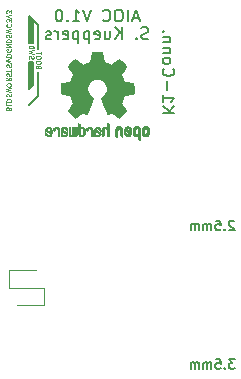
<source format=gbr>
%TF.GenerationSoftware,KiCad,Pcbnew,9.0.4*%
%TF.CreationDate,2025-09-02T10:18:24-07:00*%
%TF.ProjectId,k1-aioc,6b312d61-696f-4632-9e6b-696361645f70,rev?*%
%TF.SameCoordinates,Original*%
%TF.FileFunction,Legend,Bot*%
%TF.FilePolarity,Positive*%
%FSLAX46Y46*%
G04 Gerber Fmt 4.6, Leading zero omitted, Abs format (unit mm)*
G04 Created by KiCad (PCBNEW 9.0.4) date 2025-09-02 10:18:24*
%MOMM*%
%LPD*%
G01*
G04 APERTURE LIST*
%ADD10C,0.150000*%
%ADD11C,0.100000*%
%ADD12C,0.200000*%
%ADD13C,0.120000*%
%ADD14C,0.010000*%
G04 APERTURE END LIST*
D10*
X105900000Y-85150000D02*
X105900000Y-87250000D01*
X105750000Y-87400000D02*
X105750000Y-85150000D01*
X105750000Y-85150000D02*
X106050000Y-85150000D01*
X105750000Y-88750000D02*
X106500000Y-88000000D01*
X105750000Y-81250000D02*
X106500000Y-82000000D01*
X105750000Y-83500000D02*
X105750000Y-81250000D01*
X106500000Y-82000000D02*
X106500000Y-84000000D01*
X105750000Y-83500000D02*
X106050000Y-83500000D01*
X106500000Y-88000000D02*
X106500000Y-86000000D01*
X106050000Y-87100000D02*
X106050000Y-85150000D01*
X105750000Y-87400000D02*
X106050000Y-87100000D01*
X105900000Y-81400000D02*
X105900000Y-83500000D01*
X106050000Y-83500000D02*
X106050000Y-81550000D01*
D11*
X103820152Y-86469047D02*
X104010628Y-86602380D01*
X103820152Y-86697618D02*
X104220152Y-86697618D01*
X104220152Y-86697618D02*
X104220152Y-86545237D01*
X104220152Y-86545237D02*
X104201104Y-86507142D01*
X104201104Y-86507142D02*
X104182057Y-86488095D01*
X104182057Y-86488095D02*
X104143961Y-86469047D01*
X104143961Y-86469047D02*
X104086819Y-86469047D01*
X104086819Y-86469047D02*
X104048723Y-86488095D01*
X104048723Y-86488095D02*
X104029676Y-86507142D01*
X104029676Y-86507142D02*
X104010628Y-86545237D01*
X104010628Y-86545237D02*
X104010628Y-86697618D01*
X103839200Y-86316666D02*
X103820152Y-86259523D01*
X103820152Y-86259523D02*
X103820152Y-86164285D01*
X103820152Y-86164285D02*
X103839200Y-86126190D01*
X103839200Y-86126190D02*
X103858247Y-86107142D01*
X103858247Y-86107142D02*
X103896342Y-86088095D01*
X103896342Y-86088095D02*
X103934438Y-86088095D01*
X103934438Y-86088095D02*
X103972533Y-86107142D01*
X103972533Y-86107142D02*
X103991580Y-86126190D01*
X103991580Y-86126190D02*
X104010628Y-86164285D01*
X104010628Y-86164285D02*
X104029676Y-86240476D01*
X104029676Y-86240476D02*
X104048723Y-86278571D01*
X104048723Y-86278571D02*
X104067771Y-86297618D01*
X104067771Y-86297618D02*
X104105866Y-86316666D01*
X104105866Y-86316666D02*
X104143961Y-86316666D01*
X104143961Y-86316666D02*
X104182057Y-86297618D01*
X104182057Y-86297618D02*
X104201104Y-86278571D01*
X104201104Y-86278571D02*
X104220152Y-86240476D01*
X104220152Y-86240476D02*
X104220152Y-86145237D01*
X104220152Y-86145237D02*
X104201104Y-86088095D01*
X104220152Y-85973809D02*
X104220152Y-85745238D01*
X103820152Y-85859524D02*
X104220152Y-85859524D01*
X103839200Y-85542856D02*
X103820152Y-85485713D01*
X103820152Y-85485713D02*
X103820152Y-85390475D01*
X103820152Y-85390475D02*
X103839200Y-85352380D01*
X103839200Y-85352380D02*
X103858247Y-85333332D01*
X103858247Y-85333332D02*
X103896342Y-85314285D01*
X103896342Y-85314285D02*
X103934438Y-85314285D01*
X103934438Y-85314285D02*
X103972533Y-85333332D01*
X103972533Y-85333332D02*
X103991580Y-85352380D01*
X103991580Y-85352380D02*
X104010628Y-85390475D01*
X104010628Y-85390475D02*
X104029676Y-85466666D01*
X104029676Y-85466666D02*
X104048723Y-85504761D01*
X104048723Y-85504761D02*
X104067771Y-85523808D01*
X104067771Y-85523808D02*
X104105866Y-85542856D01*
X104105866Y-85542856D02*
X104143961Y-85542856D01*
X104143961Y-85542856D02*
X104182057Y-85523808D01*
X104182057Y-85523808D02*
X104201104Y-85504761D01*
X104201104Y-85504761D02*
X104220152Y-85466666D01*
X104220152Y-85466666D02*
X104220152Y-85371427D01*
X104220152Y-85371427D02*
X104201104Y-85314285D01*
X104220152Y-85180952D02*
X103820152Y-85085714D01*
X103820152Y-85085714D02*
X104105866Y-85009523D01*
X104105866Y-85009523D02*
X103820152Y-84933333D01*
X103820152Y-84933333D02*
X104220152Y-84838095D01*
X103820152Y-84685713D02*
X104220152Y-84685713D01*
X104220152Y-84685713D02*
X104220152Y-84590475D01*
X104220152Y-84590475D02*
X104201104Y-84533332D01*
X104201104Y-84533332D02*
X104163009Y-84495237D01*
X104163009Y-84495237D02*
X104124914Y-84476190D01*
X104124914Y-84476190D02*
X104048723Y-84457142D01*
X104048723Y-84457142D02*
X103991580Y-84457142D01*
X103991580Y-84457142D02*
X103915390Y-84476190D01*
X103915390Y-84476190D02*
X103877295Y-84495237D01*
X103877295Y-84495237D02*
X103839200Y-84533332D01*
X103839200Y-84533332D02*
X103820152Y-84590475D01*
X103820152Y-84590475D02*
X103820152Y-84685713D01*
X103839200Y-88052380D02*
X103820152Y-87995237D01*
X103820152Y-87995237D02*
X103820152Y-87899999D01*
X103820152Y-87899999D02*
X103839200Y-87861904D01*
X103839200Y-87861904D02*
X103858247Y-87842856D01*
X103858247Y-87842856D02*
X103896342Y-87823809D01*
X103896342Y-87823809D02*
X103934438Y-87823809D01*
X103934438Y-87823809D02*
X103972533Y-87842856D01*
X103972533Y-87842856D02*
X103991580Y-87861904D01*
X103991580Y-87861904D02*
X104010628Y-87899999D01*
X104010628Y-87899999D02*
X104029676Y-87976190D01*
X104029676Y-87976190D02*
X104048723Y-88014285D01*
X104048723Y-88014285D02*
X104067771Y-88033332D01*
X104067771Y-88033332D02*
X104105866Y-88052380D01*
X104105866Y-88052380D02*
X104143961Y-88052380D01*
X104143961Y-88052380D02*
X104182057Y-88033332D01*
X104182057Y-88033332D02*
X104201104Y-88014285D01*
X104201104Y-88014285D02*
X104220152Y-87976190D01*
X104220152Y-87976190D02*
X104220152Y-87880951D01*
X104220152Y-87880951D02*
X104201104Y-87823809D01*
X104220152Y-87690476D02*
X103820152Y-87595238D01*
X103820152Y-87595238D02*
X104105866Y-87519047D01*
X104105866Y-87519047D02*
X103820152Y-87442857D01*
X103820152Y-87442857D02*
X104220152Y-87347619D01*
X104220152Y-87119047D02*
X104220152Y-87042856D01*
X104220152Y-87042856D02*
X104201104Y-87004761D01*
X104201104Y-87004761D02*
X104163009Y-86966666D01*
X104163009Y-86966666D02*
X104086819Y-86947618D01*
X104086819Y-86947618D02*
X103953485Y-86947618D01*
X103953485Y-86947618D02*
X103877295Y-86966666D01*
X103877295Y-86966666D02*
X103839200Y-87004761D01*
X103839200Y-87004761D02*
X103820152Y-87042856D01*
X103820152Y-87042856D02*
X103820152Y-87119047D01*
X103820152Y-87119047D02*
X103839200Y-87157142D01*
X103839200Y-87157142D02*
X103877295Y-87195237D01*
X103877295Y-87195237D02*
X103953485Y-87214285D01*
X103953485Y-87214285D02*
X104086819Y-87214285D01*
X104086819Y-87214285D02*
X104163009Y-87195237D01*
X104163009Y-87195237D02*
X104201104Y-87157142D01*
X104201104Y-87157142D02*
X104220152Y-87119047D01*
X104201104Y-84054762D02*
X104220152Y-84092857D01*
X104220152Y-84092857D02*
X104220152Y-84150000D01*
X104220152Y-84150000D02*
X104201104Y-84207143D01*
X104201104Y-84207143D02*
X104163009Y-84245238D01*
X104163009Y-84245238D02*
X104124914Y-84264285D01*
X104124914Y-84264285D02*
X104048723Y-84283333D01*
X104048723Y-84283333D02*
X103991580Y-84283333D01*
X103991580Y-84283333D02*
X103915390Y-84264285D01*
X103915390Y-84264285D02*
X103877295Y-84245238D01*
X103877295Y-84245238D02*
X103839200Y-84207143D01*
X103839200Y-84207143D02*
X103820152Y-84150000D01*
X103820152Y-84150000D02*
X103820152Y-84111904D01*
X103820152Y-84111904D02*
X103839200Y-84054762D01*
X103839200Y-84054762D02*
X103858247Y-84035714D01*
X103858247Y-84035714D02*
X103991580Y-84035714D01*
X103991580Y-84035714D02*
X103991580Y-84111904D01*
X103820152Y-83864285D02*
X104220152Y-83864285D01*
X104220152Y-83864285D02*
X103820152Y-83635714D01*
X103820152Y-83635714D02*
X104220152Y-83635714D01*
X103820152Y-83445237D02*
X104220152Y-83445237D01*
X104220152Y-83445237D02*
X104220152Y-83349999D01*
X104220152Y-83349999D02*
X104201104Y-83292856D01*
X104201104Y-83292856D02*
X104163009Y-83254761D01*
X104163009Y-83254761D02*
X104124914Y-83235714D01*
X104124914Y-83235714D02*
X104048723Y-83216666D01*
X104048723Y-83216666D02*
X103991580Y-83216666D01*
X103991580Y-83216666D02*
X103915390Y-83235714D01*
X103915390Y-83235714D02*
X103877295Y-83254761D01*
X103877295Y-83254761D02*
X103839200Y-83292856D01*
X103839200Y-83292856D02*
X103820152Y-83349999D01*
X103820152Y-83349999D02*
X103820152Y-83445237D01*
X104029676Y-89083333D02*
X104010628Y-89026190D01*
X104010628Y-89026190D02*
X103991580Y-89007143D01*
X103991580Y-89007143D02*
X103953485Y-88988095D01*
X103953485Y-88988095D02*
X103896342Y-88988095D01*
X103896342Y-88988095D02*
X103858247Y-89007143D01*
X103858247Y-89007143D02*
X103839200Y-89026190D01*
X103839200Y-89026190D02*
X103820152Y-89064285D01*
X103820152Y-89064285D02*
X103820152Y-89216666D01*
X103820152Y-89216666D02*
X104220152Y-89216666D01*
X104220152Y-89216666D02*
X104220152Y-89083333D01*
X104220152Y-89083333D02*
X104201104Y-89045238D01*
X104201104Y-89045238D02*
X104182057Y-89026190D01*
X104182057Y-89026190D02*
X104143961Y-89007143D01*
X104143961Y-89007143D02*
X104105866Y-89007143D01*
X104105866Y-89007143D02*
X104067771Y-89026190D01*
X104067771Y-89026190D02*
X104048723Y-89045238D01*
X104048723Y-89045238D02*
X104029676Y-89083333D01*
X104029676Y-89083333D02*
X104029676Y-89216666D01*
X103820152Y-88626190D02*
X103820152Y-88816666D01*
X103820152Y-88816666D02*
X104220152Y-88816666D01*
X103820152Y-88492856D02*
X104220152Y-88492856D01*
X104220152Y-88492856D02*
X104220152Y-88397618D01*
X104220152Y-88397618D02*
X104201104Y-88340475D01*
X104201104Y-88340475D02*
X104163009Y-88302380D01*
X104163009Y-88302380D02*
X104124914Y-88283333D01*
X104124914Y-88283333D02*
X104048723Y-88264285D01*
X104048723Y-88264285D02*
X103991580Y-88264285D01*
X103991580Y-88264285D02*
X103915390Y-88283333D01*
X103915390Y-88283333D02*
X103877295Y-88302380D01*
X103877295Y-88302380D02*
X103839200Y-88340475D01*
X103839200Y-88340475D02*
X103820152Y-88397618D01*
X103820152Y-88397618D02*
X103820152Y-88492856D01*
X104220152Y-81745237D02*
X104220152Y-81497618D01*
X104220152Y-81497618D02*
X104067771Y-81630951D01*
X104067771Y-81630951D02*
X104067771Y-81573808D01*
X104067771Y-81573808D02*
X104048723Y-81535713D01*
X104048723Y-81535713D02*
X104029676Y-81516665D01*
X104029676Y-81516665D02*
X103991580Y-81497618D01*
X103991580Y-81497618D02*
X103896342Y-81497618D01*
X103896342Y-81497618D02*
X103858247Y-81516665D01*
X103858247Y-81516665D02*
X103839200Y-81535713D01*
X103839200Y-81535713D02*
X103820152Y-81573808D01*
X103820152Y-81573808D02*
X103820152Y-81688094D01*
X103820152Y-81688094D02*
X103839200Y-81726189D01*
X103839200Y-81726189D02*
X103858247Y-81745237D01*
X104220152Y-81383332D02*
X103820152Y-81249999D01*
X103820152Y-81249999D02*
X104220152Y-81116666D01*
X104220152Y-81021428D02*
X104220152Y-80773809D01*
X104220152Y-80773809D02*
X104067771Y-80907142D01*
X104067771Y-80907142D02*
X104067771Y-80849999D01*
X104067771Y-80849999D02*
X104048723Y-80811904D01*
X104048723Y-80811904D02*
X104029676Y-80792856D01*
X104029676Y-80792856D02*
X103991580Y-80773809D01*
X103991580Y-80773809D02*
X103896342Y-80773809D01*
X103896342Y-80773809D02*
X103858247Y-80792856D01*
X103858247Y-80792856D02*
X103839200Y-80811904D01*
X103839200Y-80811904D02*
X103820152Y-80849999D01*
X103820152Y-80849999D02*
X103820152Y-80964285D01*
X103820152Y-80964285D02*
X103839200Y-81002380D01*
X103839200Y-81002380D02*
X103858247Y-81021428D01*
D12*
X114999999Y-81416504D02*
X114523809Y-81416504D01*
X115095237Y-81702219D02*
X114761904Y-80702219D01*
X114761904Y-80702219D02*
X114428571Y-81702219D01*
X114095237Y-81702219D02*
X114095237Y-80702219D01*
X113428571Y-80702219D02*
X113238095Y-80702219D01*
X113238095Y-80702219D02*
X113142857Y-80749838D01*
X113142857Y-80749838D02*
X113047619Y-80845076D01*
X113047619Y-80845076D02*
X113000000Y-81035552D01*
X113000000Y-81035552D02*
X113000000Y-81368885D01*
X113000000Y-81368885D02*
X113047619Y-81559361D01*
X113047619Y-81559361D02*
X113142857Y-81654600D01*
X113142857Y-81654600D02*
X113238095Y-81702219D01*
X113238095Y-81702219D02*
X113428571Y-81702219D01*
X113428571Y-81702219D02*
X113523809Y-81654600D01*
X113523809Y-81654600D02*
X113619047Y-81559361D01*
X113619047Y-81559361D02*
X113666666Y-81368885D01*
X113666666Y-81368885D02*
X113666666Y-81035552D01*
X113666666Y-81035552D02*
X113619047Y-80845076D01*
X113619047Y-80845076D02*
X113523809Y-80749838D01*
X113523809Y-80749838D02*
X113428571Y-80702219D01*
X112000000Y-81606980D02*
X112047619Y-81654600D01*
X112047619Y-81654600D02*
X112190476Y-81702219D01*
X112190476Y-81702219D02*
X112285714Y-81702219D01*
X112285714Y-81702219D02*
X112428571Y-81654600D01*
X112428571Y-81654600D02*
X112523809Y-81559361D01*
X112523809Y-81559361D02*
X112571428Y-81464123D01*
X112571428Y-81464123D02*
X112619047Y-81273647D01*
X112619047Y-81273647D02*
X112619047Y-81130790D01*
X112619047Y-81130790D02*
X112571428Y-80940314D01*
X112571428Y-80940314D02*
X112523809Y-80845076D01*
X112523809Y-80845076D02*
X112428571Y-80749838D01*
X112428571Y-80749838D02*
X112285714Y-80702219D01*
X112285714Y-80702219D02*
X112190476Y-80702219D01*
X112190476Y-80702219D02*
X112047619Y-80749838D01*
X112047619Y-80749838D02*
X112000000Y-80797457D01*
X110952380Y-80702219D02*
X110619047Y-81702219D01*
X110619047Y-81702219D02*
X110285714Y-80702219D01*
X109428571Y-81702219D02*
X109999999Y-81702219D01*
X109714285Y-81702219D02*
X109714285Y-80702219D01*
X109714285Y-80702219D02*
X109809523Y-80845076D01*
X109809523Y-80845076D02*
X109904761Y-80940314D01*
X109904761Y-80940314D02*
X109999999Y-80987933D01*
X108999999Y-81606980D02*
X108952380Y-81654600D01*
X108952380Y-81654600D02*
X108999999Y-81702219D01*
X108999999Y-81702219D02*
X109047618Y-81654600D01*
X109047618Y-81654600D02*
X108999999Y-81606980D01*
X108999999Y-81606980D02*
X108999999Y-81702219D01*
X108333333Y-80702219D02*
X108238095Y-80702219D01*
X108238095Y-80702219D02*
X108142857Y-80749838D01*
X108142857Y-80749838D02*
X108095238Y-80797457D01*
X108095238Y-80797457D02*
X108047619Y-80892695D01*
X108047619Y-80892695D02*
X108000000Y-81083171D01*
X108000000Y-81083171D02*
X108000000Y-81321266D01*
X108000000Y-81321266D02*
X108047619Y-81511742D01*
X108047619Y-81511742D02*
X108095238Y-81606980D01*
X108095238Y-81606980D02*
X108142857Y-81654600D01*
X108142857Y-81654600D02*
X108238095Y-81702219D01*
X108238095Y-81702219D02*
X108333333Y-81702219D01*
X108333333Y-81702219D02*
X108428571Y-81654600D01*
X108428571Y-81654600D02*
X108476190Y-81606980D01*
X108476190Y-81606980D02*
X108523809Y-81511742D01*
X108523809Y-81511742D02*
X108571428Y-81321266D01*
X108571428Y-81321266D02*
X108571428Y-81083171D01*
X108571428Y-81083171D02*
X108523809Y-80892695D01*
X108523809Y-80892695D02*
X108476190Y-80797457D01*
X108476190Y-80797457D02*
X108428571Y-80749838D01*
X108428571Y-80749838D02*
X108333333Y-80702219D01*
X123154762Y-110309695D02*
X122659524Y-110309695D01*
X122659524Y-110309695D02*
X122926190Y-110614457D01*
X122926190Y-110614457D02*
X122811905Y-110614457D01*
X122811905Y-110614457D02*
X122735714Y-110652552D01*
X122735714Y-110652552D02*
X122697619Y-110690647D01*
X122697619Y-110690647D02*
X122659524Y-110766838D01*
X122659524Y-110766838D02*
X122659524Y-110957314D01*
X122659524Y-110957314D02*
X122697619Y-111033504D01*
X122697619Y-111033504D02*
X122735714Y-111071600D01*
X122735714Y-111071600D02*
X122811905Y-111109695D01*
X122811905Y-111109695D02*
X123040476Y-111109695D01*
X123040476Y-111109695D02*
X123116667Y-111071600D01*
X123116667Y-111071600D02*
X123154762Y-111033504D01*
X122316666Y-111033504D02*
X122278571Y-111071600D01*
X122278571Y-111071600D02*
X122316666Y-111109695D01*
X122316666Y-111109695D02*
X122354762Y-111071600D01*
X122354762Y-111071600D02*
X122316666Y-111033504D01*
X122316666Y-111033504D02*
X122316666Y-111109695D01*
X121554762Y-110309695D02*
X121935714Y-110309695D01*
X121935714Y-110309695D02*
X121973810Y-110690647D01*
X121973810Y-110690647D02*
X121935714Y-110652552D01*
X121935714Y-110652552D02*
X121859524Y-110614457D01*
X121859524Y-110614457D02*
X121669048Y-110614457D01*
X121669048Y-110614457D02*
X121592857Y-110652552D01*
X121592857Y-110652552D02*
X121554762Y-110690647D01*
X121554762Y-110690647D02*
X121516667Y-110766838D01*
X121516667Y-110766838D02*
X121516667Y-110957314D01*
X121516667Y-110957314D02*
X121554762Y-111033504D01*
X121554762Y-111033504D02*
X121592857Y-111071600D01*
X121592857Y-111071600D02*
X121669048Y-111109695D01*
X121669048Y-111109695D02*
X121859524Y-111109695D01*
X121859524Y-111109695D02*
X121935714Y-111071600D01*
X121935714Y-111071600D02*
X121973810Y-111033504D01*
X121173809Y-111109695D02*
X121173809Y-110576361D01*
X121173809Y-110652552D02*
X121135714Y-110614457D01*
X121135714Y-110614457D02*
X121059524Y-110576361D01*
X121059524Y-110576361D02*
X120945238Y-110576361D01*
X120945238Y-110576361D02*
X120869047Y-110614457D01*
X120869047Y-110614457D02*
X120830952Y-110690647D01*
X120830952Y-110690647D02*
X120830952Y-111109695D01*
X120830952Y-110690647D02*
X120792857Y-110614457D01*
X120792857Y-110614457D02*
X120716666Y-110576361D01*
X120716666Y-110576361D02*
X120602381Y-110576361D01*
X120602381Y-110576361D02*
X120526190Y-110614457D01*
X120526190Y-110614457D02*
X120488095Y-110690647D01*
X120488095Y-110690647D02*
X120488095Y-111109695D01*
X120107142Y-111109695D02*
X120107142Y-110576361D01*
X120107142Y-110652552D02*
X120069047Y-110614457D01*
X120069047Y-110614457D02*
X119992857Y-110576361D01*
X119992857Y-110576361D02*
X119878571Y-110576361D01*
X119878571Y-110576361D02*
X119802380Y-110614457D01*
X119802380Y-110614457D02*
X119764285Y-110690647D01*
X119764285Y-110690647D02*
X119764285Y-111109695D01*
X119764285Y-110690647D02*
X119726190Y-110614457D01*
X119726190Y-110614457D02*
X119649999Y-110576361D01*
X119649999Y-110576361D02*
X119535714Y-110576361D01*
X119535714Y-110576361D02*
X119459523Y-110614457D01*
X119459523Y-110614457D02*
X119421428Y-110690647D01*
X119421428Y-110690647D02*
X119421428Y-111109695D01*
D11*
X105739200Y-84842856D02*
X105720152Y-84785713D01*
X105720152Y-84785713D02*
X105720152Y-84690475D01*
X105720152Y-84690475D02*
X105739200Y-84652380D01*
X105739200Y-84652380D02*
X105758247Y-84633332D01*
X105758247Y-84633332D02*
X105796342Y-84614285D01*
X105796342Y-84614285D02*
X105834438Y-84614285D01*
X105834438Y-84614285D02*
X105872533Y-84633332D01*
X105872533Y-84633332D02*
X105891580Y-84652380D01*
X105891580Y-84652380D02*
X105910628Y-84690475D01*
X105910628Y-84690475D02*
X105929676Y-84766666D01*
X105929676Y-84766666D02*
X105948723Y-84804761D01*
X105948723Y-84804761D02*
X105967771Y-84823808D01*
X105967771Y-84823808D02*
X106005866Y-84842856D01*
X106005866Y-84842856D02*
X106043961Y-84842856D01*
X106043961Y-84842856D02*
X106082057Y-84823808D01*
X106082057Y-84823808D02*
X106101104Y-84804761D01*
X106101104Y-84804761D02*
X106120152Y-84766666D01*
X106120152Y-84766666D02*
X106120152Y-84671427D01*
X106120152Y-84671427D02*
X106101104Y-84614285D01*
X106120152Y-84480952D02*
X105720152Y-84385714D01*
X105720152Y-84385714D02*
X106005866Y-84309523D01*
X106005866Y-84309523D02*
X105720152Y-84233333D01*
X105720152Y-84233333D02*
X106120152Y-84138095D01*
X105720152Y-83985713D02*
X106120152Y-83985713D01*
X106120152Y-83985713D02*
X106120152Y-83890475D01*
X106120152Y-83890475D02*
X106101104Y-83833332D01*
X106101104Y-83833332D02*
X106063009Y-83795237D01*
X106063009Y-83795237D02*
X106024914Y-83776190D01*
X106024914Y-83776190D02*
X105948723Y-83757142D01*
X105948723Y-83757142D02*
X105891580Y-83757142D01*
X105891580Y-83757142D02*
X105815390Y-83776190D01*
X105815390Y-83776190D02*
X105777295Y-83795237D01*
X105777295Y-83795237D02*
X105739200Y-83833332D01*
X105739200Y-83833332D02*
X105720152Y-83890475D01*
X105720152Y-83890475D02*
X105720152Y-83985713D01*
D12*
X115833333Y-83154600D02*
X115690476Y-83202219D01*
X115690476Y-83202219D02*
X115452381Y-83202219D01*
X115452381Y-83202219D02*
X115357143Y-83154600D01*
X115357143Y-83154600D02*
X115309524Y-83106980D01*
X115309524Y-83106980D02*
X115261905Y-83011742D01*
X115261905Y-83011742D02*
X115261905Y-82916504D01*
X115261905Y-82916504D02*
X115309524Y-82821266D01*
X115309524Y-82821266D02*
X115357143Y-82773647D01*
X115357143Y-82773647D02*
X115452381Y-82726028D01*
X115452381Y-82726028D02*
X115642857Y-82678409D01*
X115642857Y-82678409D02*
X115738095Y-82630790D01*
X115738095Y-82630790D02*
X115785714Y-82583171D01*
X115785714Y-82583171D02*
X115833333Y-82487933D01*
X115833333Y-82487933D02*
X115833333Y-82392695D01*
X115833333Y-82392695D02*
X115785714Y-82297457D01*
X115785714Y-82297457D02*
X115738095Y-82249838D01*
X115738095Y-82249838D02*
X115642857Y-82202219D01*
X115642857Y-82202219D02*
X115404762Y-82202219D01*
X115404762Y-82202219D02*
X115261905Y-82249838D01*
X114833333Y-83106980D02*
X114785714Y-83154600D01*
X114785714Y-83154600D02*
X114833333Y-83202219D01*
X114833333Y-83202219D02*
X114880952Y-83154600D01*
X114880952Y-83154600D02*
X114833333Y-83106980D01*
X114833333Y-83106980D02*
X114833333Y-83202219D01*
X113595238Y-83202219D02*
X113595238Y-82202219D01*
X113023810Y-83202219D02*
X113452381Y-82630790D01*
X113023810Y-82202219D02*
X113595238Y-82773647D01*
X112166667Y-82535552D02*
X112166667Y-83202219D01*
X112595238Y-82535552D02*
X112595238Y-83059361D01*
X112595238Y-83059361D02*
X112547619Y-83154600D01*
X112547619Y-83154600D02*
X112452381Y-83202219D01*
X112452381Y-83202219D02*
X112309524Y-83202219D01*
X112309524Y-83202219D02*
X112214286Y-83154600D01*
X112214286Y-83154600D02*
X112166667Y-83106980D01*
X111309524Y-83154600D02*
X111404762Y-83202219D01*
X111404762Y-83202219D02*
X111595238Y-83202219D01*
X111595238Y-83202219D02*
X111690476Y-83154600D01*
X111690476Y-83154600D02*
X111738095Y-83059361D01*
X111738095Y-83059361D02*
X111738095Y-82678409D01*
X111738095Y-82678409D02*
X111690476Y-82583171D01*
X111690476Y-82583171D02*
X111595238Y-82535552D01*
X111595238Y-82535552D02*
X111404762Y-82535552D01*
X111404762Y-82535552D02*
X111309524Y-82583171D01*
X111309524Y-82583171D02*
X111261905Y-82678409D01*
X111261905Y-82678409D02*
X111261905Y-82773647D01*
X111261905Y-82773647D02*
X111738095Y-82868885D01*
X110833333Y-82535552D02*
X110833333Y-83535552D01*
X110833333Y-82583171D02*
X110738095Y-82535552D01*
X110738095Y-82535552D02*
X110547619Y-82535552D01*
X110547619Y-82535552D02*
X110452381Y-82583171D01*
X110452381Y-82583171D02*
X110404762Y-82630790D01*
X110404762Y-82630790D02*
X110357143Y-82726028D01*
X110357143Y-82726028D02*
X110357143Y-83011742D01*
X110357143Y-83011742D02*
X110404762Y-83106980D01*
X110404762Y-83106980D02*
X110452381Y-83154600D01*
X110452381Y-83154600D02*
X110547619Y-83202219D01*
X110547619Y-83202219D02*
X110738095Y-83202219D01*
X110738095Y-83202219D02*
X110833333Y-83154600D01*
X109928571Y-82535552D02*
X109928571Y-83535552D01*
X109928571Y-82583171D02*
X109833333Y-82535552D01*
X109833333Y-82535552D02*
X109642857Y-82535552D01*
X109642857Y-82535552D02*
X109547619Y-82583171D01*
X109547619Y-82583171D02*
X109500000Y-82630790D01*
X109500000Y-82630790D02*
X109452381Y-82726028D01*
X109452381Y-82726028D02*
X109452381Y-83011742D01*
X109452381Y-83011742D02*
X109500000Y-83106980D01*
X109500000Y-83106980D02*
X109547619Y-83154600D01*
X109547619Y-83154600D02*
X109642857Y-83202219D01*
X109642857Y-83202219D02*
X109833333Y-83202219D01*
X109833333Y-83202219D02*
X109928571Y-83154600D01*
X108642857Y-83154600D02*
X108738095Y-83202219D01*
X108738095Y-83202219D02*
X108928571Y-83202219D01*
X108928571Y-83202219D02*
X109023809Y-83154600D01*
X109023809Y-83154600D02*
X109071428Y-83059361D01*
X109071428Y-83059361D02*
X109071428Y-82678409D01*
X109071428Y-82678409D02*
X109023809Y-82583171D01*
X109023809Y-82583171D02*
X108928571Y-82535552D01*
X108928571Y-82535552D02*
X108738095Y-82535552D01*
X108738095Y-82535552D02*
X108642857Y-82583171D01*
X108642857Y-82583171D02*
X108595238Y-82678409D01*
X108595238Y-82678409D02*
X108595238Y-82773647D01*
X108595238Y-82773647D02*
X109071428Y-82868885D01*
X108166666Y-83202219D02*
X108166666Y-82535552D01*
X108166666Y-82726028D02*
X108119047Y-82630790D01*
X108119047Y-82630790D02*
X108071428Y-82583171D01*
X108071428Y-82583171D02*
X107976190Y-82535552D01*
X107976190Y-82535552D02*
X107880952Y-82535552D01*
X107595237Y-83154600D02*
X107499999Y-83202219D01*
X107499999Y-83202219D02*
X107309523Y-83202219D01*
X107309523Y-83202219D02*
X107214285Y-83154600D01*
X107214285Y-83154600D02*
X107166666Y-83059361D01*
X107166666Y-83059361D02*
X107166666Y-83011742D01*
X107166666Y-83011742D02*
X107214285Y-82916504D01*
X107214285Y-82916504D02*
X107309523Y-82868885D01*
X107309523Y-82868885D02*
X107452380Y-82868885D01*
X107452380Y-82868885D02*
X107547618Y-82821266D01*
X107547618Y-82821266D02*
X107595237Y-82726028D01*
X107595237Y-82726028D02*
X107595237Y-82678409D01*
X107595237Y-82678409D02*
X107547618Y-82583171D01*
X107547618Y-82583171D02*
X107452380Y-82535552D01*
X107452380Y-82535552D02*
X107309523Y-82535552D01*
X107309523Y-82535552D02*
X107214285Y-82583171D01*
X117047780Y-89452380D02*
X118047780Y-89452380D01*
X117047780Y-88880952D02*
X117619209Y-89309523D01*
X118047780Y-88880952D02*
X117476352Y-89452380D01*
X117047780Y-87928571D02*
X117047780Y-88499999D01*
X117047780Y-88214285D02*
X118047780Y-88214285D01*
X118047780Y-88214285D02*
X117904923Y-88309523D01*
X117904923Y-88309523D02*
X117809685Y-88404761D01*
X117809685Y-88404761D02*
X117762066Y-88499999D01*
X117428733Y-87499999D02*
X117428733Y-86738095D01*
X117143019Y-85690476D02*
X117095400Y-85738095D01*
X117095400Y-85738095D02*
X117047780Y-85880952D01*
X117047780Y-85880952D02*
X117047780Y-85976190D01*
X117047780Y-85976190D02*
X117095400Y-86119047D01*
X117095400Y-86119047D02*
X117190638Y-86214285D01*
X117190638Y-86214285D02*
X117285876Y-86261904D01*
X117285876Y-86261904D02*
X117476352Y-86309523D01*
X117476352Y-86309523D02*
X117619209Y-86309523D01*
X117619209Y-86309523D02*
X117809685Y-86261904D01*
X117809685Y-86261904D02*
X117904923Y-86214285D01*
X117904923Y-86214285D02*
X118000161Y-86119047D01*
X118000161Y-86119047D02*
X118047780Y-85976190D01*
X118047780Y-85976190D02*
X118047780Y-85880952D01*
X118047780Y-85880952D02*
X118000161Y-85738095D01*
X118000161Y-85738095D02*
X117952542Y-85690476D01*
X117047780Y-85119047D02*
X117095400Y-85214285D01*
X117095400Y-85214285D02*
X117143019Y-85261904D01*
X117143019Y-85261904D02*
X117238257Y-85309523D01*
X117238257Y-85309523D02*
X117523971Y-85309523D01*
X117523971Y-85309523D02*
X117619209Y-85261904D01*
X117619209Y-85261904D02*
X117666828Y-85214285D01*
X117666828Y-85214285D02*
X117714447Y-85119047D01*
X117714447Y-85119047D02*
X117714447Y-84976190D01*
X117714447Y-84976190D02*
X117666828Y-84880952D01*
X117666828Y-84880952D02*
X117619209Y-84833333D01*
X117619209Y-84833333D02*
X117523971Y-84785714D01*
X117523971Y-84785714D02*
X117238257Y-84785714D01*
X117238257Y-84785714D02*
X117143019Y-84833333D01*
X117143019Y-84833333D02*
X117095400Y-84880952D01*
X117095400Y-84880952D02*
X117047780Y-84976190D01*
X117047780Y-84976190D02*
X117047780Y-85119047D01*
X117714447Y-84357142D02*
X117047780Y-84357142D01*
X117619209Y-84357142D02*
X117666828Y-84309523D01*
X117666828Y-84309523D02*
X117714447Y-84214285D01*
X117714447Y-84214285D02*
X117714447Y-84071428D01*
X117714447Y-84071428D02*
X117666828Y-83976190D01*
X117666828Y-83976190D02*
X117571590Y-83928571D01*
X117571590Y-83928571D02*
X117047780Y-83928571D01*
X117714447Y-83452380D02*
X117047780Y-83452380D01*
X117619209Y-83452380D02*
X117666828Y-83404761D01*
X117666828Y-83404761D02*
X117714447Y-83309523D01*
X117714447Y-83309523D02*
X117714447Y-83166666D01*
X117714447Y-83166666D02*
X117666828Y-83071428D01*
X117666828Y-83071428D02*
X117571590Y-83023809D01*
X117571590Y-83023809D02*
X117047780Y-83023809D01*
X117143019Y-82547618D02*
X117095400Y-82499999D01*
X117095400Y-82499999D02*
X117047780Y-82547618D01*
X117047780Y-82547618D02*
X117095400Y-82595237D01*
X117095400Y-82595237D02*
X117143019Y-82547618D01*
X117143019Y-82547618D02*
X117047780Y-82547618D01*
X123116667Y-98635885D02*
X123078571Y-98597790D01*
X123078571Y-98597790D02*
X123002381Y-98559695D01*
X123002381Y-98559695D02*
X122811905Y-98559695D01*
X122811905Y-98559695D02*
X122735714Y-98597790D01*
X122735714Y-98597790D02*
X122697619Y-98635885D01*
X122697619Y-98635885D02*
X122659524Y-98712076D01*
X122659524Y-98712076D02*
X122659524Y-98788266D01*
X122659524Y-98788266D02*
X122697619Y-98902552D01*
X122697619Y-98902552D02*
X123154762Y-99359695D01*
X123154762Y-99359695D02*
X122659524Y-99359695D01*
X122316666Y-99283504D02*
X122278571Y-99321600D01*
X122278571Y-99321600D02*
X122316666Y-99359695D01*
X122316666Y-99359695D02*
X122354762Y-99321600D01*
X122354762Y-99321600D02*
X122316666Y-99283504D01*
X122316666Y-99283504D02*
X122316666Y-99359695D01*
X121554762Y-98559695D02*
X121935714Y-98559695D01*
X121935714Y-98559695D02*
X121973810Y-98940647D01*
X121973810Y-98940647D02*
X121935714Y-98902552D01*
X121935714Y-98902552D02*
X121859524Y-98864457D01*
X121859524Y-98864457D02*
X121669048Y-98864457D01*
X121669048Y-98864457D02*
X121592857Y-98902552D01*
X121592857Y-98902552D02*
X121554762Y-98940647D01*
X121554762Y-98940647D02*
X121516667Y-99016838D01*
X121516667Y-99016838D02*
X121516667Y-99207314D01*
X121516667Y-99207314D02*
X121554762Y-99283504D01*
X121554762Y-99283504D02*
X121592857Y-99321600D01*
X121592857Y-99321600D02*
X121669048Y-99359695D01*
X121669048Y-99359695D02*
X121859524Y-99359695D01*
X121859524Y-99359695D02*
X121935714Y-99321600D01*
X121935714Y-99321600D02*
X121973810Y-99283504D01*
X121173809Y-99359695D02*
X121173809Y-98826361D01*
X121173809Y-98902552D02*
X121135714Y-98864457D01*
X121135714Y-98864457D02*
X121059524Y-98826361D01*
X121059524Y-98826361D02*
X120945238Y-98826361D01*
X120945238Y-98826361D02*
X120869047Y-98864457D01*
X120869047Y-98864457D02*
X120830952Y-98940647D01*
X120830952Y-98940647D02*
X120830952Y-99359695D01*
X120830952Y-98940647D02*
X120792857Y-98864457D01*
X120792857Y-98864457D02*
X120716666Y-98826361D01*
X120716666Y-98826361D02*
X120602381Y-98826361D01*
X120602381Y-98826361D02*
X120526190Y-98864457D01*
X120526190Y-98864457D02*
X120488095Y-98940647D01*
X120488095Y-98940647D02*
X120488095Y-99359695D01*
X120107142Y-99359695D02*
X120107142Y-98826361D01*
X120107142Y-98902552D02*
X120069047Y-98864457D01*
X120069047Y-98864457D02*
X119992857Y-98826361D01*
X119992857Y-98826361D02*
X119878571Y-98826361D01*
X119878571Y-98826361D02*
X119802380Y-98864457D01*
X119802380Y-98864457D02*
X119764285Y-98940647D01*
X119764285Y-98940647D02*
X119764285Y-99359695D01*
X119764285Y-98940647D02*
X119726190Y-98864457D01*
X119726190Y-98864457D02*
X119649999Y-98826361D01*
X119649999Y-98826361D02*
X119535714Y-98826361D01*
X119535714Y-98826361D02*
X119459523Y-98864457D01*
X119459523Y-98864457D02*
X119421428Y-98940647D01*
X119421428Y-98940647D02*
X119421428Y-99359695D01*
D11*
X103839200Y-83042856D02*
X103820152Y-82985713D01*
X103820152Y-82985713D02*
X103820152Y-82890475D01*
X103820152Y-82890475D02*
X103839200Y-82852380D01*
X103839200Y-82852380D02*
X103858247Y-82833332D01*
X103858247Y-82833332D02*
X103896342Y-82814285D01*
X103896342Y-82814285D02*
X103934438Y-82814285D01*
X103934438Y-82814285D02*
X103972533Y-82833332D01*
X103972533Y-82833332D02*
X103991580Y-82852380D01*
X103991580Y-82852380D02*
X104010628Y-82890475D01*
X104010628Y-82890475D02*
X104029676Y-82966666D01*
X104029676Y-82966666D02*
X104048723Y-83004761D01*
X104048723Y-83004761D02*
X104067771Y-83023808D01*
X104067771Y-83023808D02*
X104105866Y-83042856D01*
X104105866Y-83042856D02*
X104143961Y-83042856D01*
X104143961Y-83042856D02*
X104182057Y-83023808D01*
X104182057Y-83023808D02*
X104201104Y-83004761D01*
X104201104Y-83004761D02*
X104220152Y-82966666D01*
X104220152Y-82966666D02*
X104220152Y-82871427D01*
X104220152Y-82871427D02*
X104201104Y-82814285D01*
X104220152Y-82680952D02*
X103820152Y-82585714D01*
X103820152Y-82585714D02*
X104105866Y-82509523D01*
X104105866Y-82509523D02*
X103820152Y-82433333D01*
X103820152Y-82433333D02*
X104220152Y-82338095D01*
X103858247Y-81957142D02*
X103839200Y-81976190D01*
X103839200Y-81976190D02*
X103820152Y-82033332D01*
X103820152Y-82033332D02*
X103820152Y-82071428D01*
X103820152Y-82071428D02*
X103839200Y-82128571D01*
X103839200Y-82128571D02*
X103877295Y-82166666D01*
X103877295Y-82166666D02*
X103915390Y-82185713D01*
X103915390Y-82185713D02*
X103991580Y-82204761D01*
X103991580Y-82204761D02*
X104048723Y-82204761D01*
X104048723Y-82204761D02*
X104124914Y-82185713D01*
X104124914Y-82185713D02*
X104163009Y-82166666D01*
X104163009Y-82166666D02*
X104201104Y-82128571D01*
X104201104Y-82128571D02*
X104220152Y-82071428D01*
X104220152Y-82071428D02*
X104220152Y-82033332D01*
X104220152Y-82033332D02*
X104201104Y-81976190D01*
X104201104Y-81976190D02*
X104182057Y-81957142D01*
X106529676Y-85542857D02*
X106510628Y-85485714D01*
X106510628Y-85485714D02*
X106491580Y-85466667D01*
X106491580Y-85466667D02*
X106453485Y-85447619D01*
X106453485Y-85447619D02*
X106396342Y-85447619D01*
X106396342Y-85447619D02*
X106358247Y-85466667D01*
X106358247Y-85466667D02*
X106339200Y-85485714D01*
X106339200Y-85485714D02*
X106320152Y-85523809D01*
X106320152Y-85523809D02*
X106320152Y-85676190D01*
X106320152Y-85676190D02*
X106720152Y-85676190D01*
X106720152Y-85676190D02*
X106720152Y-85542857D01*
X106720152Y-85542857D02*
X106701104Y-85504762D01*
X106701104Y-85504762D02*
X106682057Y-85485714D01*
X106682057Y-85485714D02*
X106643961Y-85466667D01*
X106643961Y-85466667D02*
X106605866Y-85466667D01*
X106605866Y-85466667D02*
X106567771Y-85485714D01*
X106567771Y-85485714D02*
X106548723Y-85504762D01*
X106548723Y-85504762D02*
X106529676Y-85542857D01*
X106529676Y-85542857D02*
X106529676Y-85676190D01*
X106720152Y-85200000D02*
X106720152Y-85123809D01*
X106720152Y-85123809D02*
X106701104Y-85085714D01*
X106701104Y-85085714D02*
X106663009Y-85047619D01*
X106663009Y-85047619D02*
X106586819Y-85028571D01*
X106586819Y-85028571D02*
X106453485Y-85028571D01*
X106453485Y-85028571D02*
X106377295Y-85047619D01*
X106377295Y-85047619D02*
X106339200Y-85085714D01*
X106339200Y-85085714D02*
X106320152Y-85123809D01*
X106320152Y-85123809D02*
X106320152Y-85200000D01*
X106320152Y-85200000D02*
X106339200Y-85238095D01*
X106339200Y-85238095D02*
X106377295Y-85276190D01*
X106377295Y-85276190D02*
X106453485Y-85295238D01*
X106453485Y-85295238D02*
X106586819Y-85295238D01*
X106586819Y-85295238D02*
X106663009Y-85276190D01*
X106663009Y-85276190D02*
X106701104Y-85238095D01*
X106701104Y-85238095D02*
X106720152Y-85200000D01*
X106720152Y-84780952D02*
X106720152Y-84704761D01*
X106720152Y-84704761D02*
X106701104Y-84666666D01*
X106701104Y-84666666D02*
X106663009Y-84628571D01*
X106663009Y-84628571D02*
X106586819Y-84609523D01*
X106586819Y-84609523D02*
X106453485Y-84609523D01*
X106453485Y-84609523D02*
X106377295Y-84628571D01*
X106377295Y-84628571D02*
X106339200Y-84666666D01*
X106339200Y-84666666D02*
X106320152Y-84704761D01*
X106320152Y-84704761D02*
X106320152Y-84780952D01*
X106320152Y-84780952D02*
X106339200Y-84819047D01*
X106339200Y-84819047D02*
X106377295Y-84857142D01*
X106377295Y-84857142D02*
X106453485Y-84876190D01*
X106453485Y-84876190D02*
X106586819Y-84876190D01*
X106586819Y-84876190D02*
X106663009Y-84857142D01*
X106663009Y-84857142D02*
X106701104Y-84819047D01*
X106701104Y-84819047D02*
X106720152Y-84780952D01*
X106720152Y-84495237D02*
X106720152Y-84266666D01*
X106320152Y-84380952D02*
X106720152Y-84380952D01*
D13*
%TO.C,D4*%
X104700000Y-104265000D02*
X106985000Y-104265000D01*
X106985000Y-104265000D02*
X106985000Y-105735000D01*
X106985000Y-105735000D02*
X104700000Y-105735000D01*
%TO.C,D3*%
X104015000Y-104235000D02*
X104015000Y-102765000D01*
X104015000Y-102765000D02*
X106300000Y-102765000D01*
X106300000Y-104235000D02*
X104015000Y-104235000D01*
D14*
%TO.C,REF\u002A\u002A*%
X113426372Y-90581684D02*
X113517629Y-90624569D01*
X113592416Y-90698729D01*
X113607917Y-90721944D01*
X113620774Y-90748256D01*
X113629893Y-90781420D01*
X113636102Y-90827881D01*
X113640233Y-90894082D01*
X113643116Y-90986468D01*
X113645579Y-91111485D01*
X113651697Y-91458278D01*
X113600303Y-91438738D01*
X113553246Y-91420787D01*
X113518015Y-91403511D01*
X113495017Y-91381242D01*
X113481655Y-91347165D01*
X113475328Y-91294463D01*
X113473437Y-91216323D01*
X113473385Y-91105928D01*
X113473117Y-91017935D01*
X113471521Y-90933502D01*
X113467712Y-90875834D01*
X113460820Y-90837988D01*
X113449975Y-90813024D01*
X113434308Y-90794000D01*
X113395792Y-90767153D01*
X113331091Y-90757034D01*
X113267081Y-90782606D01*
X113262856Y-90785880D01*
X113249689Y-90801007D01*
X113239975Y-90825268D01*
X113232903Y-90864650D01*
X113227656Y-90925141D01*
X113223421Y-91012729D01*
X113219385Y-91133402D01*
X113209615Y-91456515D01*
X113043539Y-91382065D01*
X113043539Y-91087062D01*
X113043883Y-91006919D01*
X113046847Y-90895431D01*
X113054351Y-90812421D01*
X113068190Y-90751199D01*
X113090155Y-90705075D01*
X113122039Y-90667358D01*
X113165633Y-90631358D01*
X113228336Y-90595089D01*
X113327117Y-90571412D01*
X113426372Y-90581684D01*
G36*
X113426372Y-90581684D02*
G01*
X113517629Y-90624569D01*
X113592416Y-90698729D01*
X113607917Y-90721944D01*
X113620774Y-90748256D01*
X113629893Y-90781420D01*
X113636102Y-90827881D01*
X113640233Y-90894082D01*
X113643116Y-90986468D01*
X113645579Y-91111485D01*
X113651697Y-91458278D01*
X113600303Y-91438738D01*
X113553246Y-91420787D01*
X113518015Y-91403511D01*
X113495017Y-91381242D01*
X113481655Y-91347165D01*
X113475328Y-91294463D01*
X113473437Y-91216323D01*
X113473385Y-91105928D01*
X113473117Y-91017935D01*
X113471521Y-90933502D01*
X113467712Y-90875834D01*
X113460820Y-90837988D01*
X113449975Y-90813024D01*
X113434308Y-90794000D01*
X113395792Y-90767153D01*
X113331091Y-90757034D01*
X113267081Y-90782606D01*
X113262856Y-90785880D01*
X113249689Y-90801007D01*
X113239975Y-90825268D01*
X113232903Y-90864650D01*
X113227656Y-90925141D01*
X113223421Y-91012729D01*
X113219385Y-91133402D01*
X113209615Y-91456515D01*
X113043539Y-91382065D01*
X113043539Y-91087062D01*
X113043883Y-91006919D01*
X113046847Y-90895431D01*
X113054351Y-90812421D01*
X113068190Y-90751199D01*
X113090155Y-90705075D01*
X113122039Y-90667358D01*
X113165633Y-90631358D01*
X113228336Y-90595089D01*
X113327117Y-90571412D01*
X113426372Y-90581684D01*
G37*
X108111501Y-90626476D02*
X108192167Y-90656440D01*
X108225714Y-90678954D01*
X108259687Y-90711212D01*
X108283919Y-90752246D01*
X108300001Y-90808108D01*
X108309521Y-90884851D01*
X108314068Y-90988525D01*
X108315231Y-91125184D01*
X108315003Y-91195805D01*
X108313860Y-91292308D01*
X108311919Y-91369323D01*
X108309365Y-91420319D01*
X108306381Y-91438769D01*
X108286962Y-91432667D01*
X108247766Y-91416095D01*
X108246589Y-91415558D01*
X108226235Y-91404903D01*
X108212546Y-91390282D01*
X108204199Y-91364673D01*
X108199874Y-91321054D01*
X108198248Y-91252403D01*
X108198000Y-91151698D01*
X108197500Y-91087813D01*
X108192164Y-90967751D01*
X108179945Y-90879809D01*
X108159552Y-90819375D01*
X108129695Y-90781836D01*
X108089082Y-90762581D01*
X108083448Y-90761239D01*
X108007378Y-90760191D01*
X107948052Y-90794271D01*
X107907077Y-90862598D01*
X107899770Y-90882351D01*
X107883114Y-90926066D01*
X107874679Y-90946155D01*
X107857356Y-90943387D01*
X107819525Y-90928365D01*
X107784240Y-90903556D01*
X107768154Y-90856670D01*
X107772952Y-90823087D01*
X107802431Y-90754967D01*
X107850098Y-90691134D01*
X107905839Y-90646988D01*
X107929193Y-90636782D01*
X108017619Y-90619718D01*
X108111501Y-90626476D01*
G36*
X108111501Y-90626476D02*
G01*
X108192167Y-90656440D01*
X108225714Y-90678954D01*
X108259687Y-90711212D01*
X108283919Y-90752246D01*
X108300001Y-90808108D01*
X108309521Y-90884851D01*
X108314068Y-90988525D01*
X108315231Y-91125184D01*
X108315003Y-91195805D01*
X108313860Y-91292308D01*
X108311919Y-91369323D01*
X108309365Y-91420319D01*
X108306381Y-91438769D01*
X108286962Y-91432667D01*
X108247766Y-91416095D01*
X108246589Y-91415558D01*
X108226235Y-91404903D01*
X108212546Y-91390282D01*
X108204199Y-91364673D01*
X108199874Y-91321054D01*
X108198248Y-91252403D01*
X108198000Y-91151698D01*
X108197500Y-91087813D01*
X108192164Y-90967751D01*
X108179945Y-90879809D01*
X108159552Y-90819375D01*
X108129695Y-90781836D01*
X108089082Y-90762581D01*
X108083448Y-90761239D01*
X108007378Y-90760191D01*
X107948052Y-90794271D01*
X107907077Y-90862598D01*
X107899770Y-90882351D01*
X107883114Y-90926066D01*
X107874679Y-90946155D01*
X107857356Y-90943387D01*
X107819525Y-90928365D01*
X107784240Y-90903556D01*
X107768154Y-90856670D01*
X107772952Y-90823087D01*
X107802431Y-90754967D01*
X107850098Y-90691134D01*
X107905839Y-90646988D01*
X107929193Y-90636782D01*
X108017619Y-90619718D01*
X108111501Y-90626476D01*
G37*
X110971892Y-90647167D02*
X110978060Y-90650581D01*
X111028447Y-90689692D01*
X111073498Y-90739975D01*
X111081355Y-90751339D01*
X111096376Y-90777860D01*
X111107107Y-90809336D01*
X111114486Y-90852591D01*
X111119452Y-90914449D01*
X111122942Y-91001733D01*
X111125893Y-91121269D01*
X111126311Y-91141478D01*
X111127654Y-91272499D01*
X111125761Y-91365296D01*
X111120605Y-91420507D01*
X111112158Y-91438769D01*
X111086594Y-91433301D01*
X111043166Y-91416733D01*
X111032940Y-91411888D01*
X111016967Y-91400920D01*
X111005954Y-91382890D01*
X110998750Y-91351396D01*
X110994208Y-91300036D01*
X110991180Y-91222410D01*
X110988516Y-91112115D01*
X110987785Y-91079875D01*
X110984965Y-90978050D01*
X110981304Y-90906788D01*
X110975694Y-90859332D01*
X110967029Y-90828925D01*
X110954202Y-90808810D01*
X110936105Y-90792229D01*
X110882525Y-90763161D01*
X110816612Y-90757564D01*
X110757635Y-90779807D01*
X110715203Y-90825859D01*
X110698923Y-90891692D01*
X110698470Y-90909587D01*
X110689578Y-90941982D01*
X110663325Y-90946925D01*
X110611919Y-90927633D01*
X110600013Y-90921446D01*
X110567835Y-90885058D01*
X110567198Y-90830954D01*
X110597856Y-90756128D01*
X110625978Y-90715350D01*
X110697883Y-90657421D01*
X110786638Y-90624670D01*
X110881542Y-90620212D01*
X110971892Y-90647167D01*
G36*
X110971892Y-90647167D02*
G01*
X110978060Y-90650581D01*
X111028447Y-90689692D01*
X111073498Y-90739975D01*
X111081355Y-90751339D01*
X111096376Y-90777860D01*
X111107107Y-90809336D01*
X111114486Y-90852591D01*
X111119452Y-90914449D01*
X111122942Y-91001733D01*
X111125893Y-91121269D01*
X111126311Y-91141478D01*
X111127654Y-91272499D01*
X111125761Y-91365296D01*
X111120605Y-91420507D01*
X111112158Y-91438769D01*
X111086594Y-91433301D01*
X111043166Y-91416733D01*
X111032940Y-91411888D01*
X111016967Y-91400920D01*
X111005954Y-91382890D01*
X110998750Y-91351396D01*
X110994208Y-91300036D01*
X110991180Y-91222410D01*
X110988516Y-91112115D01*
X110987785Y-91079875D01*
X110984965Y-90978050D01*
X110981304Y-90906788D01*
X110975694Y-90859332D01*
X110967029Y-90828925D01*
X110954202Y-90808810D01*
X110936105Y-90792229D01*
X110882525Y-90763161D01*
X110816612Y-90757564D01*
X110757635Y-90779807D01*
X110715203Y-90825859D01*
X110698923Y-90891692D01*
X110698470Y-90909587D01*
X110689578Y-90941982D01*
X110663325Y-90946925D01*
X110611919Y-90927633D01*
X110600013Y-90921446D01*
X110567835Y-90885058D01*
X110567198Y-90830954D01*
X110597856Y-90756128D01*
X110625978Y-90715350D01*
X110697883Y-90657421D01*
X110786638Y-90624670D01*
X110881542Y-90620212D01*
X110971892Y-90647167D01*
G37*
X109687998Y-90624034D02*
X109730850Y-90640829D01*
X109780615Y-90663503D01*
X109780615Y-91318533D01*
X109718785Y-91380363D01*
X109704662Y-91394228D01*
X109665536Y-91425046D01*
X109626078Y-91435028D01*
X109567362Y-91430433D01*
X109543456Y-91427462D01*
X109481801Y-91421176D01*
X109438692Y-91418672D01*
X109425905Y-91419055D01*
X109373446Y-91423200D01*
X109310022Y-91430433D01*
X109289730Y-91432918D01*
X109238610Y-91433895D01*
X109201207Y-91418462D01*
X109158599Y-91380363D01*
X109096769Y-91318533D01*
X109096769Y-90968343D01*
X109097251Y-90864857D01*
X109098753Y-90766192D01*
X109101089Y-90688068D01*
X109104071Y-90636662D01*
X109107509Y-90618154D01*
X109108230Y-90618204D01*
X109133203Y-90627413D01*
X109175399Y-90647707D01*
X109232549Y-90677261D01*
X109237928Y-90984746D01*
X109243308Y-91292231D01*
X109360539Y-91292231D01*
X109365885Y-90955192D01*
X109367579Y-90863574D01*
X109370005Y-90765649D01*
X109372634Y-90687906D01*
X109375246Y-90636642D01*
X109377623Y-90618154D01*
X109378306Y-90618219D01*
X109401996Y-90625020D01*
X109445546Y-90639604D01*
X109507077Y-90661054D01*
X109507376Y-90957104D01*
X109507676Y-91008532D01*
X109509754Y-91108466D01*
X109513470Y-91191925D01*
X109518430Y-91251377D01*
X109524240Y-91279287D01*
X109545024Y-91294214D01*
X109587440Y-91298825D01*
X109634077Y-91292231D01*
X109639423Y-90955192D01*
X109641336Y-90869546D01*
X109645303Y-90768172D01*
X109650491Y-90688655D01*
X109656499Y-90636736D01*
X109662927Y-90618154D01*
X109687998Y-90624034D01*
G36*
X109687998Y-90624034D02*
G01*
X109730850Y-90640829D01*
X109780615Y-90663503D01*
X109780615Y-91318533D01*
X109718785Y-91380363D01*
X109704662Y-91394228D01*
X109665536Y-91425046D01*
X109626078Y-91435028D01*
X109567362Y-91430433D01*
X109543456Y-91427462D01*
X109481801Y-91421176D01*
X109438692Y-91418672D01*
X109425905Y-91419055D01*
X109373446Y-91423200D01*
X109310022Y-91430433D01*
X109289730Y-91432918D01*
X109238610Y-91433895D01*
X109201207Y-91418462D01*
X109158599Y-91380363D01*
X109096769Y-91318533D01*
X109096769Y-90968343D01*
X109097251Y-90864857D01*
X109098753Y-90766192D01*
X109101089Y-90688068D01*
X109104071Y-90636662D01*
X109107509Y-90618154D01*
X109108230Y-90618204D01*
X109133203Y-90627413D01*
X109175399Y-90647707D01*
X109232549Y-90677261D01*
X109237928Y-90984746D01*
X109243308Y-91292231D01*
X109360539Y-91292231D01*
X109365885Y-90955192D01*
X109367579Y-90863574D01*
X109370005Y-90765649D01*
X109372634Y-90687906D01*
X109375246Y-90636642D01*
X109377623Y-90618154D01*
X109378306Y-90618219D01*
X109401996Y-90625020D01*
X109445546Y-90639604D01*
X109507077Y-90661054D01*
X109507376Y-90957104D01*
X109507676Y-91008532D01*
X109509754Y-91108466D01*
X109513470Y-91191925D01*
X109518430Y-91251377D01*
X109524240Y-91279287D01*
X109545024Y-91294214D01*
X109587440Y-91298825D01*
X109634077Y-91292231D01*
X109639423Y-90955192D01*
X109641336Y-90869546D01*
X109645303Y-90768172D01*
X109650491Y-90688655D01*
X109656499Y-90636736D01*
X109662927Y-90618154D01*
X109687998Y-90624034D01*
G37*
X115896154Y-91008923D02*
X115896135Y-91030105D01*
X115895076Y-91124584D01*
X115891436Y-91190414D01*
X115883892Y-91236394D01*
X115871122Y-91271321D01*
X115851803Y-91303995D01*
X115847050Y-91310775D01*
X115796759Y-91364231D01*
X115739457Y-91404547D01*
X115710032Y-91417629D01*
X115604299Y-91439450D01*
X115499734Y-91425336D01*
X115403368Y-91377105D01*
X115322235Y-91296579D01*
X115315385Y-91285791D01*
X115293097Y-91223153D01*
X115278079Y-91135935D01*
X115270792Y-91035210D01*
X115271611Y-90942037D01*
X115468796Y-90942037D01*
X115470349Y-91071114D01*
X115470974Y-91079420D01*
X115480077Y-91150643D01*
X115496288Y-91195809D01*
X115523660Y-91226752D01*
X115569553Y-91255737D01*
X115614942Y-91257261D01*
X115661692Y-91223846D01*
X115669824Y-91215053D01*
X115685754Y-91188741D01*
X115695159Y-91150520D01*
X115699632Y-91091349D01*
X115700769Y-91002182D01*
X115698822Y-90918664D01*
X115689105Y-90839095D01*
X115669047Y-90788808D01*
X115636240Y-90762513D01*
X115588280Y-90754923D01*
X115570016Y-90756432D01*
X115518848Y-90784107D01*
X115485035Y-90846172D01*
X115468796Y-90942037D01*
X115271611Y-90942037D01*
X115271699Y-90932052D01*
X115281262Y-90837533D01*
X115299943Y-90762727D01*
X115323951Y-90712905D01*
X115391536Y-90635409D01*
X115483114Y-90587256D01*
X115595213Y-90570703D01*
X115625151Y-90571599D01*
X115713315Y-90589929D01*
X115785733Y-90636104D01*
X115852192Y-90715648D01*
X115856147Y-90721548D01*
X115874040Y-90753288D01*
X115885678Y-90789163D01*
X115892371Y-90837906D01*
X115895426Y-90908249D01*
X115896106Y-91002182D01*
X115896154Y-91008923D01*
G36*
X115896154Y-91008923D02*
G01*
X115896135Y-91030105D01*
X115895076Y-91124584D01*
X115891436Y-91190414D01*
X115883892Y-91236394D01*
X115871122Y-91271321D01*
X115851803Y-91303995D01*
X115847050Y-91310775D01*
X115796759Y-91364231D01*
X115739457Y-91404547D01*
X115710032Y-91417629D01*
X115604299Y-91439450D01*
X115499734Y-91425336D01*
X115403368Y-91377105D01*
X115322235Y-91296579D01*
X115315385Y-91285791D01*
X115293097Y-91223153D01*
X115278079Y-91135935D01*
X115270792Y-91035210D01*
X115271611Y-90942037D01*
X115468796Y-90942037D01*
X115470349Y-91071114D01*
X115470974Y-91079420D01*
X115480077Y-91150643D01*
X115496288Y-91195809D01*
X115523660Y-91226752D01*
X115569553Y-91255737D01*
X115614942Y-91257261D01*
X115661692Y-91223846D01*
X115669824Y-91215053D01*
X115685754Y-91188741D01*
X115695159Y-91150520D01*
X115699632Y-91091349D01*
X115700769Y-91002182D01*
X115698822Y-90918664D01*
X115689105Y-90839095D01*
X115669047Y-90788808D01*
X115636240Y-90762513D01*
X115588280Y-90754923D01*
X115570016Y-90756432D01*
X115518848Y-90784107D01*
X115485035Y-90846172D01*
X115468796Y-90942037D01*
X115271611Y-90942037D01*
X115271699Y-90932052D01*
X115281262Y-90837533D01*
X115299943Y-90762727D01*
X115323951Y-90712905D01*
X115391536Y-90635409D01*
X115483114Y-90587256D01*
X115595213Y-90570703D01*
X115625151Y-90571599D01*
X115713315Y-90589929D01*
X115785733Y-90636104D01*
X115852192Y-90715648D01*
X115856147Y-90721548D01*
X115874040Y-90753288D01*
X115885678Y-90789163D01*
X115892371Y-90837906D01*
X115895426Y-90908249D01*
X115896106Y-91002182D01*
X115896154Y-91008923D01*
G37*
X112476923Y-90381806D02*
X112476923Y-90916455D01*
X112476660Y-91055094D01*
X112475958Y-91179805D01*
X112474883Y-91285557D01*
X112473500Y-91367322D01*
X112471874Y-91420069D01*
X112470070Y-91438769D01*
X112469364Y-91438706D01*
X112445387Y-91431912D01*
X112401685Y-91417320D01*
X112340154Y-91395870D01*
X112340154Y-91120617D01*
X112339763Y-91012466D01*
X112337946Y-90934026D01*
X112333767Y-90880647D01*
X112326286Y-90845256D01*
X112314567Y-90820779D01*
X112297671Y-90800144D01*
X112286152Y-90789170D01*
X112223864Y-90758775D01*
X112155211Y-90761466D01*
X112092298Y-90797406D01*
X112083139Y-90806325D01*
X112068471Y-90824844D01*
X112058433Y-90849326D01*
X112052151Y-90886393D01*
X112048748Y-90942667D01*
X112047349Y-91024771D01*
X112047077Y-91139329D01*
X112046947Y-91197430D01*
X112046099Y-91292993D01*
X112044594Y-91369526D01*
X112042585Y-91420345D01*
X112040223Y-91438769D01*
X112039518Y-91438706D01*
X112015541Y-91431912D01*
X111971839Y-91417320D01*
X111910308Y-91395870D01*
X111910338Y-91119358D01*
X111910384Y-91094742D01*
X111912970Y-90966419D01*
X111920913Y-90869384D01*
X111936155Y-90797057D01*
X111960636Y-90742855D01*
X111996298Y-90700198D01*
X112045082Y-90662505D01*
X112092661Y-90638910D01*
X112168732Y-90620672D01*
X112243556Y-90619636D01*
X112301077Y-90637378D01*
X112305402Y-90639829D01*
X112318738Y-90639566D01*
X112327851Y-90619039D01*
X112334428Y-90571980D01*
X112340154Y-90492120D01*
X112349923Y-90328236D01*
X112476923Y-90381806D01*
G36*
X112476923Y-90381806D02*
G01*
X112476923Y-90916455D01*
X112476660Y-91055094D01*
X112475958Y-91179805D01*
X112474883Y-91285557D01*
X112473500Y-91367322D01*
X112471874Y-91420069D01*
X112470070Y-91438769D01*
X112469364Y-91438706D01*
X112445387Y-91431912D01*
X112401685Y-91417320D01*
X112340154Y-91395870D01*
X112340154Y-91120617D01*
X112339763Y-91012466D01*
X112337946Y-90934026D01*
X112333767Y-90880647D01*
X112326286Y-90845256D01*
X112314567Y-90820779D01*
X112297671Y-90800144D01*
X112286152Y-90789170D01*
X112223864Y-90758775D01*
X112155211Y-90761466D01*
X112092298Y-90797406D01*
X112083139Y-90806325D01*
X112068471Y-90824844D01*
X112058433Y-90849326D01*
X112052151Y-90886393D01*
X112048748Y-90942667D01*
X112047349Y-91024771D01*
X112047077Y-91139329D01*
X112046947Y-91197430D01*
X112046099Y-91292993D01*
X112044594Y-91369526D01*
X112042585Y-91420345D01*
X112040223Y-91438769D01*
X112039518Y-91438706D01*
X112015541Y-91431912D01*
X111971839Y-91417320D01*
X111910308Y-91395870D01*
X111910338Y-91119358D01*
X111910384Y-91094742D01*
X111912970Y-90966419D01*
X111920913Y-90869384D01*
X111936155Y-90797057D01*
X111960636Y-90742855D01*
X111996298Y-90700198D01*
X112045082Y-90662505D01*
X112092661Y-90638910D01*
X112168732Y-90620672D01*
X112243556Y-90619636D01*
X112301077Y-90637378D01*
X112305402Y-90639829D01*
X112318738Y-90639566D01*
X112327851Y-90619039D01*
X112334428Y-90571980D01*
X112340154Y-90492120D01*
X112349923Y-90328236D01*
X112476923Y-90381806D01*
G37*
X115147828Y-91098205D02*
X115149763Y-91248269D01*
X115150300Y-91291802D01*
X115152019Y-91437344D01*
X115152365Y-91548711D01*
X115150277Y-91629804D01*
X115144698Y-91684522D01*
X115134567Y-91716761D01*
X115118826Y-91730422D01*
X115096417Y-91729403D01*
X115066280Y-91717603D01*
X115027355Y-91698920D01*
X115019038Y-91694933D01*
X114984402Y-91675419D01*
X114966314Y-91652202D01*
X114959392Y-91613492D01*
X114958256Y-91547497D01*
X114958205Y-91429000D01*
X114836141Y-91429000D01*
X114761055Y-91425712D01*
X114702015Y-91412377D01*
X114652986Y-91385423D01*
X114649330Y-91382788D01*
X114599581Y-91338286D01*
X114564959Y-91284523D01*
X114543123Y-91214154D01*
X114531737Y-91119830D01*
X114528959Y-91013271D01*
X114723846Y-91013271D01*
X114723880Y-91031131D01*
X114725735Y-91111748D01*
X114731693Y-91164447D01*
X114743506Y-91198668D01*
X114762923Y-91223846D01*
X114764133Y-91225049D01*
X114811858Y-91257628D01*
X114858110Y-91254417D01*
X114910350Y-91214965D01*
X114923128Y-91201482D01*
X114941949Y-91173837D01*
X114952562Y-91137880D01*
X114957252Y-91083364D01*
X114958308Y-91000042D01*
X114957394Y-90949598D01*
X114947477Y-90857857D01*
X114924842Y-90797752D01*
X114887238Y-90764900D01*
X114832416Y-90754923D01*
X114809317Y-90757050D01*
X114769350Y-90778147D01*
X114742926Y-90825161D01*
X114728330Y-90902175D01*
X114723846Y-91013271D01*
X114528959Y-91013271D01*
X114528462Y-90994206D01*
X114529187Y-90902536D01*
X114532490Y-90833098D01*
X114539828Y-90784945D01*
X114552655Y-90748866D01*
X114572423Y-90715648D01*
X114590569Y-90690261D01*
X114656461Y-90621727D01*
X114731114Y-90584505D01*
X114824904Y-90572722D01*
X114932240Y-90584467D01*
X115025031Y-90626595D01*
X115098421Y-90700898D01*
X115103954Y-90708764D01*
X115116857Y-90729668D01*
X115126742Y-90753555D01*
X115134093Y-90785582D01*
X115139394Y-90830905D01*
X115143127Y-90894679D01*
X115145778Y-90982060D01*
X115146096Y-91000042D01*
X115147828Y-91098205D01*
G36*
X115147828Y-91098205D02*
G01*
X115149763Y-91248269D01*
X115150300Y-91291802D01*
X115152019Y-91437344D01*
X115152365Y-91548711D01*
X115150277Y-91629804D01*
X115144698Y-91684522D01*
X115134567Y-91716761D01*
X115118826Y-91730422D01*
X115096417Y-91729403D01*
X115066280Y-91717603D01*
X115027355Y-91698920D01*
X115019038Y-91694933D01*
X114984402Y-91675419D01*
X114966314Y-91652202D01*
X114959392Y-91613492D01*
X114958256Y-91547497D01*
X114958205Y-91429000D01*
X114836141Y-91429000D01*
X114761055Y-91425712D01*
X114702015Y-91412377D01*
X114652986Y-91385423D01*
X114649330Y-91382788D01*
X114599581Y-91338286D01*
X114564959Y-91284523D01*
X114543123Y-91214154D01*
X114531737Y-91119830D01*
X114528959Y-91013271D01*
X114723846Y-91013271D01*
X114723880Y-91031131D01*
X114725735Y-91111748D01*
X114731693Y-91164447D01*
X114743506Y-91198668D01*
X114762923Y-91223846D01*
X114764133Y-91225049D01*
X114811858Y-91257628D01*
X114858110Y-91254417D01*
X114910350Y-91214965D01*
X114923128Y-91201482D01*
X114941949Y-91173837D01*
X114952562Y-91137880D01*
X114957252Y-91083364D01*
X114958308Y-91000042D01*
X114957394Y-90949598D01*
X114947477Y-90857857D01*
X114924842Y-90797752D01*
X114887238Y-90764900D01*
X114832416Y-90754923D01*
X114809317Y-90757050D01*
X114769350Y-90778147D01*
X114742926Y-90825161D01*
X114728330Y-90902175D01*
X114723846Y-91013271D01*
X114528959Y-91013271D01*
X114528462Y-90994206D01*
X114529187Y-90902536D01*
X114532490Y-90833098D01*
X114539828Y-90784945D01*
X114552655Y-90748866D01*
X114572423Y-90715648D01*
X114590569Y-90690261D01*
X114656461Y-90621727D01*
X114731114Y-90584505D01*
X114824904Y-90572722D01*
X114932240Y-90584467D01*
X115025031Y-90626595D01*
X115098421Y-90700898D01*
X115103954Y-90708764D01*
X115116857Y-90729668D01*
X115126742Y-90753555D01*
X115134093Y-90785582D01*
X115139394Y-90830905D01*
X115143127Y-90894679D01*
X115145778Y-90982060D01*
X115146096Y-91000042D01*
X115147828Y-91098205D01*
G37*
X108763936Y-90619911D02*
X108805807Y-90630547D01*
X108844791Y-90657062D01*
X108894965Y-90706420D01*
X108927232Y-90741279D01*
X108960844Y-90786534D01*
X108976003Y-90828951D01*
X108979539Y-90882768D01*
X108979539Y-90970850D01*
X108919470Y-90939787D01*
X108871867Y-90901936D01*
X108839261Y-90850950D01*
X108833661Y-90837088D01*
X108790992Y-90783358D01*
X108731707Y-90756417D01*
X108667061Y-90759039D01*
X108608308Y-90794000D01*
X108583450Y-90822394D01*
X108568970Y-90858718D01*
X108584470Y-90891046D01*
X108632667Y-90923565D01*
X108716274Y-90960461D01*
X108728962Y-90965557D01*
X108805078Y-90998907D01*
X108870396Y-91031793D01*
X108911953Y-91057769D01*
X108953576Y-91104167D01*
X108981247Y-91178211D01*
X108978310Y-91257670D01*
X108945571Y-91332868D01*
X108883841Y-91394131D01*
X108833858Y-91420210D01*
X108737303Y-91438470D01*
X108683647Y-91436007D01*
X108633976Y-91422687D01*
X108614919Y-91394739D01*
X108622045Y-91348710D01*
X108624118Y-91342624D01*
X108640556Y-91310349D01*
X108667926Y-91298133D01*
X108720068Y-91298950D01*
X108756884Y-91300061D01*
X108799961Y-91290528D01*
X108829475Y-91262026D01*
X108846286Y-91226935D01*
X108848161Y-91190175D01*
X108848074Y-91189961D01*
X108826279Y-91170098D01*
X108779632Y-91141192D01*
X108719278Y-91108886D01*
X108656360Y-91078823D01*
X108602023Y-91056646D01*
X108567410Y-91048000D01*
X108562260Y-91056467D01*
X108555778Y-91096309D01*
X108551339Y-91161371D01*
X108549692Y-91243385D01*
X108549309Y-91300153D01*
X108547505Y-91371648D01*
X108544558Y-91420610D01*
X108540843Y-91438769D01*
X108521424Y-91432667D01*
X108482227Y-91416095D01*
X108432462Y-91393420D01*
X108432462Y-91102509D01*
X108432780Y-91027940D01*
X108435789Y-90914701D01*
X108443454Y-90830692D01*
X108457562Y-90769520D01*
X108479899Y-90724795D01*
X108512253Y-90690124D01*
X108556410Y-90659117D01*
X108612667Y-90633528D01*
X108716540Y-90618154D01*
X108763936Y-90619911D01*
G36*
X108763936Y-90619911D02*
G01*
X108805807Y-90630547D01*
X108844791Y-90657062D01*
X108894965Y-90706420D01*
X108927232Y-90741279D01*
X108960844Y-90786534D01*
X108976003Y-90828951D01*
X108979539Y-90882768D01*
X108979539Y-90970850D01*
X108919470Y-90939787D01*
X108871867Y-90901936D01*
X108839261Y-90850950D01*
X108833661Y-90837088D01*
X108790992Y-90783358D01*
X108731707Y-90756417D01*
X108667061Y-90759039D01*
X108608308Y-90794000D01*
X108583450Y-90822394D01*
X108568970Y-90858718D01*
X108584470Y-90891046D01*
X108632667Y-90923565D01*
X108716274Y-90960461D01*
X108728962Y-90965557D01*
X108805078Y-90998907D01*
X108870396Y-91031793D01*
X108911953Y-91057769D01*
X108953576Y-91104167D01*
X108981247Y-91178211D01*
X108978310Y-91257670D01*
X108945571Y-91332868D01*
X108883841Y-91394131D01*
X108833858Y-91420210D01*
X108737303Y-91438470D01*
X108683647Y-91436007D01*
X108633976Y-91422687D01*
X108614919Y-91394739D01*
X108622045Y-91348710D01*
X108624118Y-91342624D01*
X108640556Y-91310349D01*
X108667926Y-91298133D01*
X108720068Y-91298950D01*
X108756884Y-91300061D01*
X108799961Y-91290528D01*
X108829475Y-91262026D01*
X108846286Y-91226935D01*
X108848161Y-91190175D01*
X108848074Y-91189961D01*
X108826279Y-91170098D01*
X108779632Y-91141192D01*
X108719278Y-91108886D01*
X108656360Y-91078823D01*
X108602023Y-91056646D01*
X108567410Y-91048000D01*
X108562260Y-91056467D01*
X108555778Y-91096309D01*
X108551339Y-91161371D01*
X108549692Y-91243385D01*
X108549309Y-91300153D01*
X108547505Y-91371648D01*
X108544558Y-91420610D01*
X108540843Y-91438769D01*
X108521424Y-91432667D01*
X108482227Y-91416095D01*
X108432462Y-91393420D01*
X108432462Y-91102509D01*
X108432780Y-91027940D01*
X108435789Y-90914701D01*
X108443454Y-90830692D01*
X108457562Y-90769520D01*
X108479899Y-90724795D01*
X108512253Y-90690124D01*
X108556410Y-90659117D01*
X108612667Y-90633528D01*
X108716540Y-90618154D01*
X108763936Y-90619911D01*
G37*
X111517575Y-84287693D02*
X111653371Y-84287807D01*
X111755576Y-84288472D01*
X111829122Y-84290182D01*
X111878942Y-84293429D01*
X111909967Y-84298706D01*
X111927129Y-84306507D01*
X111935361Y-84317325D01*
X111939594Y-84331654D01*
X111939716Y-84332168D01*
X111946672Y-84365851D01*
X111959320Y-84430917D01*
X111976360Y-84520542D01*
X111996496Y-84627904D01*
X112018429Y-84746178D01*
X112020218Y-84755856D01*
X112042083Y-84870650D01*
X112062430Y-84971480D01*
X112079934Y-85052217D01*
X112093271Y-85106734D01*
X112101116Y-85128901D01*
X112101158Y-85128936D01*
X112125884Y-85141200D01*
X112176631Y-85161576D01*
X112242462Y-85185674D01*
X112246169Y-85186983D01*
X112330331Y-85218791D01*
X112428230Y-85258685D01*
X112519435Y-85298353D01*
X112669407Y-85366420D01*
X113001499Y-85139639D01*
X113024889Y-85123688D01*
X113125080Y-85055890D01*
X113214480Y-84996208D01*
X113287745Y-84948156D01*
X113339527Y-84915250D01*
X113364480Y-84901004D01*
X113381577Y-84904270D01*
X113420395Y-84929571D01*
X113480385Y-84979675D01*
X113563210Y-85055989D01*
X113670535Y-85159922D01*
X113680139Y-85169382D01*
X113765302Y-85254145D01*
X113840949Y-85330937D01*
X113902449Y-85394947D01*
X113945173Y-85441361D01*
X113964489Y-85465369D01*
X113964552Y-85465485D01*
X113967006Y-85483763D01*
X113957956Y-85513411D01*
X113935119Y-85558486D01*
X113896213Y-85623044D01*
X113838954Y-85711140D01*
X113761059Y-85826830D01*
X113747785Y-85846357D01*
X113680652Y-85945278D01*
X113621410Y-86032848D01*
X113573588Y-86103831D01*
X113540715Y-86152991D01*
X113526318Y-86175095D01*
X113525232Y-86179777D01*
X113532044Y-86214710D01*
X113552450Y-86271753D01*
X113583123Y-86341172D01*
X113624808Y-86431959D01*
X113671352Y-86539686D01*
X113710877Y-86637192D01*
X113720676Y-86662430D01*
X113746340Y-86726870D01*
X113765193Y-86771763D01*
X113773710Y-86788616D01*
X113783111Y-86789875D01*
X113825363Y-86797159D01*
X113894521Y-86809739D01*
X113983387Y-86826246D01*
X114084768Y-86845312D01*
X114191467Y-86865569D01*
X114296288Y-86885647D01*
X114392036Y-86904179D01*
X114471516Y-86919795D01*
X114527530Y-86931127D01*
X114552885Y-86936807D01*
X114557088Y-86938408D01*
X114567334Y-86947045D01*
X114574957Y-86965433D01*
X114580338Y-86998460D01*
X114583859Y-87051013D01*
X114585901Y-87127979D01*
X114586847Y-87234246D01*
X114587077Y-87374701D01*
X114587077Y-87801845D01*
X114484500Y-87822091D01*
X114472092Y-87824518D01*
X114406199Y-87837088D01*
X114315084Y-87854170D01*
X114209104Y-87873829D01*
X114098615Y-87894132D01*
X114055105Y-87902299D01*
X113957882Y-87922167D01*
X113876858Y-87940954D01*
X113819477Y-87956859D01*
X113793187Y-87968079D01*
X113781273Y-87986411D01*
X113759583Y-88034916D01*
X113737395Y-88097692D01*
X113729585Y-88121200D01*
X113700835Y-88198366D01*
X113663752Y-88289694D01*
X113624375Y-88380093D01*
X113603315Y-88427310D01*
X113573311Y-88497837D01*
X113552692Y-88550655D01*
X113545026Y-88576912D01*
X113545452Y-88578894D01*
X113559993Y-88606751D01*
X113592783Y-88660510D01*
X113640493Y-88734963D01*
X113699798Y-88824897D01*
X113767369Y-88925104D01*
X113989713Y-89251416D01*
X113697601Y-89544016D01*
X113669349Y-89572171D01*
X113582961Y-89656449D01*
X113505756Y-89729128D01*
X113442258Y-89786112D01*
X113396990Y-89823307D01*
X113374474Y-89836616D01*
X113350023Y-89826490D01*
X113298819Y-89797421D01*
X113226747Y-89752896D01*
X113139460Y-89696411D01*
X113042612Y-89631462D01*
X112947486Y-89567314D01*
X112861669Y-89510827D01*
X112791652Y-89466184D01*
X112742876Y-89436855D01*
X112720783Y-89426308D01*
X112719488Y-89426404D01*
X112690139Y-89436802D01*
X112638093Y-89461012D01*
X112573708Y-89494249D01*
X112573032Y-89494613D01*
X112487521Y-89537441D01*
X112428926Y-89558365D01*
X112392571Y-89558423D01*
X112373775Y-89538654D01*
X112365819Y-89519195D01*
X112344347Y-89467080D01*
X112311273Y-89386964D01*
X112268356Y-89283107D01*
X112217356Y-89159767D01*
X112160033Y-89021201D01*
X112098146Y-88871670D01*
X112042052Y-88735636D01*
X111984977Y-88596050D01*
X111934479Y-88471315D01*
X111892254Y-88365672D01*
X111859995Y-88283365D01*
X111839397Y-88228635D01*
X111832154Y-88205726D01*
X111845986Y-88184718D01*
X111884412Y-88149642D01*
X111938807Y-88108887D01*
X112069395Y-88002267D01*
X112186260Y-87866025D01*
X112271780Y-87716118D01*
X112325431Y-87556971D01*
X112346684Y-87393012D01*
X112335014Y-87228667D01*
X112289894Y-87068361D01*
X112210797Y-86916520D01*
X112097197Y-86777572D01*
X112037965Y-86723460D01*
X111896054Y-86627782D01*
X111744206Y-86565405D01*
X111586861Y-86534844D01*
X111428456Y-86534615D01*
X111273429Y-86563232D01*
X111126220Y-86619210D01*
X110991266Y-86701064D01*
X110873005Y-86807309D01*
X110775877Y-86936459D01*
X110704318Y-87087031D01*
X110662769Y-87257539D01*
X110655143Y-87339722D01*
X110665634Y-87517775D01*
X110712882Y-87686704D01*
X110795489Y-87843522D01*
X110912059Y-87985245D01*
X111061193Y-88108887D01*
X111113561Y-88147982D01*
X111152832Y-88183443D01*
X111167846Y-88205692D01*
X111161859Y-88225088D01*
X111142432Y-88277059D01*
X111111194Y-88357002D01*
X111069839Y-88460673D01*
X111020061Y-88583832D01*
X110963553Y-88722234D01*
X110902009Y-88871637D01*
X110846008Y-89007020D01*
X110788184Y-89146852D01*
X110736500Y-89271872D01*
X110692718Y-89377822D01*
X110658597Y-89460441D01*
X110635898Y-89515472D01*
X110626380Y-89538654D01*
X110626269Y-89538928D01*
X110607228Y-89558503D01*
X110570694Y-89558279D01*
X110511954Y-89537210D01*
X110426292Y-89494249D01*
X110419549Y-89490631D01*
X110355938Y-89458087D01*
X110305707Y-89435050D01*
X110279218Y-89426308D01*
X110257506Y-89436639D01*
X110208984Y-89465788D01*
X110139163Y-89510287D01*
X110053484Y-89566668D01*
X109957388Y-89631462D01*
X109862706Y-89694984D01*
X109775132Y-89751705D01*
X109702642Y-89796547D01*
X109650889Y-89826016D01*
X109625526Y-89836616D01*
X109621206Y-89835270D01*
X109591092Y-89814056D01*
X109539640Y-89770237D01*
X109471375Y-89707909D01*
X109390820Y-89631170D01*
X109302500Y-89544116D01*
X109010488Y-89251617D01*
X109465360Y-88582525D01*
X109396208Y-88432916D01*
X109396003Y-88432473D01*
X109354477Y-88337101D01*
X109312044Y-88230896D01*
X109277858Y-88136769D01*
X109272684Y-88121588D01*
X109246601Y-88051109D01*
X109223081Y-87996342D01*
X109206677Y-87968079D01*
X109199996Y-87964088D01*
X109159892Y-87950697D01*
X109091795Y-87933373D01*
X109003145Y-87913917D01*
X108901385Y-87894132D01*
X108870904Y-87888551D01*
X108760628Y-87868233D01*
X108657731Y-87849095D01*
X108572569Y-87833070D01*
X108515500Y-87822091D01*
X108412923Y-87801845D01*
X108412923Y-87374701D01*
X108412946Y-87322180D01*
X108413379Y-87194047D01*
X108414659Y-87098420D01*
X108417168Y-87030411D01*
X108421286Y-86985133D01*
X108427395Y-86957697D01*
X108435878Y-86943218D01*
X108447115Y-86936807D01*
X108457994Y-86934209D01*
X108502347Y-86925022D01*
X108573106Y-86910991D01*
X108663074Y-86893486D01*
X108765056Y-86873874D01*
X108871857Y-86853525D01*
X108976281Y-86833807D01*
X109071132Y-86816089D01*
X109149214Y-86801738D01*
X109203332Y-86792124D01*
X109226291Y-86788616D01*
X109227842Y-86786497D01*
X109240325Y-86759006D01*
X109261927Y-86706406D01*
X109289123Y-86637192D01*
X109326866Y-86543937D01*
X109373328Y-86436159D01*
X109416878Y-86341172D01*
X109426858Y-86319851D01*
X109454862Y-86253086D01*
X109471641Y-86201590D01*
X109473854Y-86175095D01*
X109472713Y-86173218D01*
X109454584Y-86145565D01*
X109418644Y-86091849D01*
X109368418Y-86017303D01*
X109307430Y-85927162D01*
X109239205Y-85826657D01*
X109162330Y-85712470D01*
X109104663Y-85623770D01*
X109065426Y-85558721D01*
X109042350Y-85513295D01*
X109033166Y-85483463D01*
X109035604Y-85465195D01*
X109036424Y-85463825D01*
X109058477Y-85437205D01*
X109103436Y-85388697D01*
X109166673Y-85323108D01*
X109243559Y-85245247D01*
X109329465Y-85159922D01*
X109418579Y-85073334D01*
X109505872Y-84991947D01*
X109570018Y-84937035D01*
X109612679Y-84907190D01*
X109635521Y-84901004D01*
X109638505Y-84902394D01*
X109669936Y-84921127D01*
X109726997Y-84957733D01*
X109804343Y-85008697D01*
X109896626Y-85070504D01*
X109998502Y-85139639D01*
X110330593Y-85366420D01*
X110480566Y-85298353D01*
X110484923Y-85296381D01*
X110577000Y-85256491D01*
X110674683Y-85216818D01*
X110757539Y-85185674D01*
X110757905Y-85185545D01*
X110823685Y-85161456D01*
X110874323Y-85141110D01*
X110898884Y-85128901D01*
X110899282Y-85128458D01*
X110907619Y-85103456D01*
X110921341Y-85046598D01*
X110939123Y-84964014D01*
X110959641Y-84861831D01*
X110981571Y-84746178D01*
X110982336Y-84742033D01*
X111004229Y-84624019D01*
X111024281Y-84517151D01*
X111041192Y-84428252D01*
X111053667Y-84364145D01*
X111060406Y-84331654D01*
X111060837Y-84329853D01*
X111065273Y-84315944D01*
X111074263Y-84305489D01*
X111092737Y-84297996D01*
X111125628Y-84292972D01*
X111177868Y-84289922D01*
X111254388Y-84288355D01*
X111360122Y-84287776D01*
X111500000Y-84287692D01*
X111517575Y-84287693D01*
G36*
X111517575Y-84287693D02*
G01*
X111653371Y-84287807D01*
X111755576Y-84288472D01*
X111829122Y-84290182D01*
X111878942Y-84293429D01*
X111909967Y-84298706D01*
X111927129Y-84306507D01*
X111935361Y-84317325D01*
X111939594Y-84331654D01*
X111939716Y-84332168D01*
X111946672Y-84365851D01*
X111959320Y-84430917D01*
X111976360Y-84520542D01*
X111996496Y-84627904D01*
X112018429Y-84746178D01*
X112020218Y-84755856D01*
X112042083Y-84870650D01*
X112062430Y-84971480D01*
X112079934Y-85052217D01*
X112093271Y-85106734D01*
X112101116Y-85128901D01*
X112101158Y-85128936D01*
X112125884Y-85141200D01*
X112176631Y-85161576D01*
X112242462Y-85185674D01*
X112246169Y-85186983D01*
X112330331Y-85218791D01*
X112428230Y-85258685D01*
X112519435Y-85298353D01*
X112669407Y-85366420D01*
X113001499Y-85139639D01*
X113024889Y-85123688D01*
X113125080Y-85055890D01*
X113214480Y-84996208D01*
X113287745Y-84948156D01*
X113339527Y-84915250D01*
X113364480Y-84901004D01*
X113381577Y-84904270D01*
X113420395Y-84929571D01*
X113480385Y-84979675D01*
X113563210Y-85055989D01*
X113670535Y-85159922D01*
X113680139Y-85169382D01*
X113765302Y-85254145D01*
X113840949Y-85330937D01*
X113902449Y-85394947D01*
X113945173Y-85441361D01*
X113964489Y-85465369D01*
X113964552Y-85465485D01*
X113967006Y-85483763D01*
X113957956Y-85513411D01*
X113935119Y-85558486D01*
X113896213Y-85623044D01*
X113838954Y-85711140D01*
X113761059Y-85826830D01*
X113747785Y-85846357D01*
X113680652Y-85945278D01*
X113621410Y-86032848D01*
X113573588Y-86103831D01*
X113540715Y-86152991D01*
X113526318Y-86175095D01*
X113525232Y-86179777D01*
X113532044Y-86214710D01*
X113552450Y-86271753D01*
X113583123Y-86341172D01*
X113624808Y-86431959D01*
X113671352Y-86539686D01*
X113710877Y-86637192D01*
X113720676Y-86662430D01*
X113746340Y-86726870D01*
X113765193Y-86771763D01*
X113773710Y-86788616D01*
X113783111Y-86789875D01*
X113825363Y-86797159D01*
X113894521Y-86809739D01*
X113983387Y-86826246D01*
X114084768Y-86845312D01*
X114191467Y-86865569D01*
X114296288Y-86885647D01*
X114392036Y-86904179D01*
X114471516Y-86919795D01*
X114527530Y-86931127D01*
X114552885Y-86936807D01*
X114557088Y-86938408D01*
X114567334Y-86947045D01*
X114574957Y-86965433D01*
X114580338Y-86998460D01*
X114583859Y-87051013D01*
X114585901Y-87127979D01*
X114586847Y-87234246D01*
X114587077Y-87374701D01*
X114587077Y-87801845D01*
X114484500Y-87822091D01*
X114472092Y-87824518D01*
X114406199Y-87837088D01*
X114315084Y-87854170D01*
X114209104Y-87873829D01*
X114098615Y-87894132D01*
X114055105Y-87902299D01*
X113957882Y-87922167D01*
X113876858Y-87940954D01*
X113819477Y-87956859D01*
X113793187Y-87968079D01*
X113781273Y-87986411D01*
X113759583Y-88034916D01*
X113737395Y-88097692D01*
X113729585Y-88121200D01*
X113700835Y-88198366D01*
X113663752Y-88289694D01*
X113624375Y-88380093D01*
X113603315Y-88427310D01*
X113573311Y-88497837D01*
X113552692Y-88550655D01*
X113545026Y-88576912D01*
X113545452Y-88578894D01*
X113559993Y-88606751D01*
X113592783Y-88660510D01*
X113640493Y-88734963D01*
X113699798Y-88824897D01*
X113767369Y-88925104D01*
X113989713Y-89251416D01*
X113697601Y-89544016D01*
X113669349Y-89572171D01*
X113582961Y-89656449D01*
X113505756Y-89729128D01*
X113442258Y-89786112D01*
X113396990Y-89823307D01*
X113374474Y-89836616D01*
X113350023Y-89826490D01*
X113298819Y-89797421D01*
X113226747Y-89752896D01*
X113139460Y-89696411D01*
X113042612Y-89631462D01*
X112947486Y-89567314D01*
X112861669Y-89510827D01*
X112791652Y-89466184D01*
X112742876Y-89436855D01*
X112720783Y-89426308D01*
X112719488Y-89426404D01*
X112690139Y-89436802D01*
X112638093Y-89461012D01*
X112573708Y-89494249D01*
X112573032Y-89494613D01*
X112487521Y-89537441D01*
X112428926Y-89558365D01*
X112392571Y-89558423D01*
X112373775Y-89538654D01*
X112365819Y-89519195D01*
X112344347Y-89467080D01*
X112311273Y-89386964D01*
X112268356Y-89283107D01*
X112217356Y-89159767D01*
X112160033Y-89021201D01*
X112098146Y-88871670D01*
X112042052Y-88735636D01*
X111984977Y-88596050D01*
X111934479Y-88471315D01*
X111892254Y-88365672D01*
X111859995Y-88283365D01*
X111839397Y-88228635D01*
X111832154Y-88205726D01*
X111845986Y-88184718D01*
X111884412Y-88149642D01*
X111938807Y-88108887D01*
X112069395Y-88002267D01*
X112186260Y-87866025D01*
X112271780Y-87716118D01*
X112325431Y-87556971D01*
X112346684Y-87393012D01*
X112335014Y-87228667D01*
X112289894Y-87068361D01*
X112210797Y-86916520D01*
X112097197Y-86777572D01*
X112037965Y-86723460D01*
X111896054Y-86627782D01*
X111744206Y-86565405D01*
X111586861Y-86534844D01*
X111428456Y-86534615D01*
X111273429Y-86563232D01*
X111126220Y-86619210D01*
X110991266Y-86701064D01*
X110873005Y-86807309D01*
X110775877Y-86936459D01*
X110704318Y-87087031D01*
X110662769Y-87257539D01*
X110655143Y-87339722D01*
X110665634Y-87517775D01*
X110712882Y-87686704D01*
X110795489Y-87843522D01*
X110912059Y-87985245D01*
X111061193Y-88108887D01*
X111113561Y-88147982D01*
X111152832Y-88183443D01*
X111167846Y-88205692D01*
X111161859Y-88225088D01*
X111142432Y-88277059D01*
X111111194Y-88357002D01*
X111069839Y-88460673D01*
X111020061Y-88583832D01*
X110963553Y-88722234D01*
X110902009Y-88871637D01*
X110846008Y-89007020D01*
X110788184Y-89146852D01*
X110736500Y-89271872D01*
X110692718Y-89377822D01*
X110658597Y-89460441D01*
X110635898Y-89515472D01*
X110626380Y-89538654D01*
X110626269Y-89538928D01*
X110607228Y-89558503D01*
X110570694Y-89558279D01*
X110511954Y-89537210D01*
X110426292Y-89494249D01*
X110419549Y-89490631D01*
X110355938Y-89458087D01*
X110305707Y-89435050D01*
X110279218Y-89426308D01*
X110257506Y-89436639D01*
X110208984Y-89465788D01*
X110139163Y-89510287D01*
X110053484Y-89566668D01*
X109957388Y-89631462D01*
X109862706Y-89694984D01*
X109775132Y-89751705D01*
X109702642Y-89796547D01*
X109650889Y-89826016D01*
X109625526Y-89836616D01*
X109621206Y-89835270D01*
X109591092Y-89814056D01*
X109539640Y-89770237D01*
X109471375Y-89707909D01*
X109390820Y-89631170D01*
X109302500Y-89544116D01*
X109010488Y-89251617D01*
X109465360Y-88582525D01*
X109396208Y-88432916D01*
X109396003Y-88432473D01*
X109354477Y-88337101D01*
X109312044Y-88230896D01*
X109277858Y-88136769D01*
X109272684Y-88121588D01*
X109246601Y-88051109D01*
X109223081Y-87996342D01*
X109206677Y-87968079D01*
X109199996Y-87964088D01*
X109159892Y-87950697D01*
X109091795Y-87933373D01*
X109003145Y-87913917D01*
X108901385Y-87894132D01*
X108870904Y-87888551D01*
X108760628Y-87868233D01*
X108657731Y-87849095D01*
X108572569Y-87833070D01*
X108515500Y-87822091D01*
X108412923Y-87801845D01*
X108412923Y-87374701D01*
X108412946Y-87322180D01*
X108413379Y-87194047D01*
X108414659Y-87098420D01*
X108417168Y-87030411D01*
X108421286Y-86985133D01*
X108427395Y-86957697D01*
X108435878Y-86943218D01*
X108447115Y-86936807D01*
X108457994Y-86934209D01*
X108502347Y-86925022D01*
X108573106Y-86910991D01*
X108663074Y-86893486D01*
X108765056Y-86873874D01*
X108871857Y-86853525D01*
X108976281Y-86833807D01*
X109071132Y-86816089D01*
X109149214Y-86801738D01*
X109203332Y-86792124D01*
X109226291Y-86788616D01*
X109227842Y-86786497D01*
X109240325Y-86759006D01*
X109261927Y-86706406D01*
X109289123Y-86637192D01*
X109326866Y-86543937D01*
X109373328Y-86436159D01*
X109416878Y-86341172D01*
X109426858Y-86319851D01*
X109454862Y-86253086D01*
X109471641Y-86201590D01*
X109473854Y-86175095D01*
X109472713Y-86173218D01*
X109454584Y-86145565D01*
X109418644Y-86091849D01*
X109368418Y-86017303D01*
X109307430Y-85927162D01*
X109239205Y-85826657D01*
X109162330Y-85712470D01*
X109104663Y-85623770D01*
X109065426Y-85558721D01*
X109042350Y-85513295D01*
X109033166Y-85483463D01*
X109035604Y-85465195D01*
X109036424Y-85463825D01*
X109058477Y-85437205D01*
X109103436Y-85388697D01*
X109166673Y-85323108D01*
X109243559Y-85245247D01*
X109329465Y-85159922D01*
X109418579Y-85073334D01*
X109505872Y-84991947D01*
X109570018Y-84937035D01*
X109612679Y-84907190D01*
X109635521Y-84901004D01*
X109638505Y-84902394D01*
X109669936Y-84921127D01*
X109726997Y-84957733D01*
X109804343Y-85008697D01*
X109896626Y-85070504D01*
X109998502Y-85139639D01*
X110330593Y-85366420D01*
X110480566Y-85298353D01*
X110484923Y-85296381D01*
X110577000Y-85256491D01*
X110674683Y-85216818D01*
X110757539Y-85185674D01*
X110757905Y-85185545D01*
X110823685Y-85161456D01*
X110874323Y-85141110D01*
X110898884Y-85128901D01*
X110899282Y-85128458D01*
X110907619Y-85103456D01*
X110921341Y-85046598D01*
X110939123Y-84964014D01*
X110959641Y-84861831D01*
X110981571Y-84746178D01*
X110982336Y-84742033D01*
X111004229Y-84624019D01*
X111024281Y-84517151D01*
X111041192Y-84428252D01*
X111053667Y-84364145D01*
X111060406Y-84331654D01*
X111060837Y-84329853D01*
X111065273Y-84315944D01*
X111074263Y-84305489D01*
X111092737Y-84297996D01*
X111125628Y-84292972D01*
X111177868Y-84289922D01*
X111254388Y-84288355D01*
X111360122Y-84287776D01*
X111500000Y-84287692D01*
X111517575Y-84287693D01*
G37*
X111620458Y-90639228D02*
X111687622Y-90678389D01*
X111717169Y-90708902D01*
X111773948Y-90800110D01*
X111793077Y-90899548D01*
X111793077Y-90967960D01*
X111730191Y-90941518D01*
X111686700Y-90914837D01*
X111652426Y-90859446D01*
X111648907Y-90848024D01*
X111611028Y-90789838D01*
X111553936Y-90758407D01*
X111488383Y-90757058D01*
X111425117Y-90789116D01*
X111415672Y-90797383D01*
X111384087Y-90833311D01*
X111378871Y-90864635D01*
X111402765Y-90895391D01*
X111458510Y-90929617D01*
X111548846Y-90971350D01*
X111554956Y-90973993D01*
X111655241Y-91020755D01*
X111723735Y-91062181D01*
X111765899Y-91103542D01*
X111787193Y-91150111D01*
X111793077Y-91207160D01*
X111785366Y-91270408D01*
X111746430Y-91351364D01*
X111677932Y-91409522D01*
X111628388Y-91426983D01*
X111558469Y-91436537D01*
X111490575Y-91434496D01*
X111442093Y-91420082D01*
X111436943Y-91416493D01*
X111423267Y-91391416D01*
X111432757Y-91347218D01*
X111449246Y-91312527D01*
X111475687Y-91298084D01*
X111525834Y-91298803D01*
X111595453Y-91294660D01*
X111640943Y-91266054D01*
X111656308Y-91213104D01*
X111656294Y-91211582D01*
X111646983Y-91180845D01*
X111615311Y-91152643D01*
X111553731Y-91120136D01*
X111469986Y-91080998D01*
X111414518Y-91059706D01*
X111382497Y-91061079D01*
X111367534Y-91089203D01*
X111363242Y-91148170D01*
X111363231Y-91242068D01*
X111362752Y-91300031D01*
X111360556Y-91371612D01*
X111356986Y-91420606D01*
X111352491Y-91438769D01*
X111351290Y-91438646D01*
X111325319Y-91428802D01*
X111282305Y-91408028D01*
X111222859Y-91377287D01*
X111229923Y-91100298D01*
X111230414Y-91081928D01*
X111236025Y-90952992D01*
X111245938Y-90855814D01*
X111262175Y-90783925D01*
X111286759Y-90730852D01*
X111321715Y-90690127D01*
X111369064Y-90655279D01*
X111369940Y-90654733D01*
X111446499Y-90626303D01*
X111535044Y-90621500D01*
X111620458Y-90639228D01*
G36*
X111620458Y-90639228D02*
G01*
X111687622Y-90678389D01*
X111717169Y-90708902D01*
X111773948Y-90800110D01*
X111793077Y-90899548D01*
X111793077Y-90967960D01*
X111730191Y-90941518D01*
X111686700Y-90914837D01*
X111652426Y-90859446D01*
X111648907Y-90848024D01*
X111611028Y-90789838D01*
X111553936Y-90758407D01*
X111488383Y-90757058D01*
X111425117Y-90789116D01*
X111415672Y-90797383D01*
X111384087Y-90833311D01*
X111378871Y-90864635D01*
X111402765Y-90895391D01*
X111458510Y-90929617D01*
X111548846Y-90971350D01*
X111554956Y-90973993D01*
X111655241Y-91020755D01*
X111723735Y-91062181D01*
X111765899Y-91103542D01*
X111787193Y-91150111D01*
X111793077Y-91207160D01*
X111785366Y-91270408D01*
X111746430Y-91351364D01*
X111677932Y-91409522D01*
X111628388Y-91426983D01*
X111558469Y-91436537D01*
X111490575Y-91434496D01*
X111442093Y-91420082D01*
X111436943Y-91416493D01*
X111423267Y-91391416D01*
X111432757Y-91347218D01*
X111449246Y-91312527D01*
X111475687Y-91298084D01*
X111525834Y-91298803D01*
X111595453Y-91294660D01*
X111640943Y-91266054D01*
X111656308Y-91213104D01*
X111656294Y-91211582D01*
X111646983Y-91180845D01*
X111615311Y-91152643D01*
X111553731Y-91120136D01*
X111469986Y-91080998D01*
X111414518Y-91059706D01*
X111382497Y-91061079D01*
X111367534Y-91089203D01*
X111363242Y-91148170D01*
X111363231Y-91242068D01*
X111362752Y-91300031D01*
X111360556Y-91371612D01*
X111356986Y-91420606D01*
X111352491Y-91438769D01*
X111351290Y-91438646D01*
X111325319Y-91428802D01*
X111282305Y-91408028D01*
X111222859Y-91377287D01*
X111229923Y-91100298D01*
X111230414Y-91081928D01*
X111236025Y-90952992D01*
X111245938Y-90855814D01*
X111262175Y-90783925D01*
X111286759Y-90730852D01*
X111321715Y-90690127D01*
X111369064Y-90655279D01*
X111369940Y-90654733D01*
X111446499Y-90626303D01*
X111535044Y-90621500D01*
X111620458Y-90639228D01*
G37*
X114410787Y-90953536D02*
X114404574Y-91101643D01*
X114401066Y-91133021D01*
X114374927Y-91244705D01*
X114327694Y-91329642D01*
X114255862Y-91394741D01*
X114251802Y-91397428D01*
X114160487Y-91435634D01*
X114065144Y-91439034D01*
X113973274Y-91409939D01*
X113892379Y-91350660D01*
X113829962Y-91263510D01*
X113828914Y-91261409D01*
X113808173Y-91207289D01*
X113792980Y-91145781D01*
X113784921Y-91088039D01*
X113785582Y-91045215D01*
X113796548Y-91028462D01*
X113806290Y-91029480D01*
X113852877Y-91048009D01*
X113905682Y-91082081D01*
X113950603Y-91121522D01*
X113973535Y-91156155D01*
X113997373Y-91203133D01*
X114046230Y-91245862D01*
X114102963Y-91262923D01*
X114123758Y-91257990D01*
X114164804Y-91233157D01*
X114200557Y-91198685D01*
X114215846Y-91167411D01*
X114215842Y-91167295D01*
X114198495Y-91152933D01*
X114152247Y-91127025D01*
X114084067Y-91093210D01*
X114000923Y-91055129D01*
X114000466Y-91054927D01*
X113910138Y-91014709D01*
X113849592Y-90985733D01*
X113812888Y-90963474D01*
X113794086Y-90943407D01*
X113787246Y-90921009D01*
X113786429Y-90891756D01*
X113792113Y-90836363D01*
X113985000Y-90836363D01*
X114004911Y-90853777D01*
X114054521Y-90879872D01*
X114055976Y-90880610D01*
X114114506Y-90908483D01*
X114166868Y-90930719D01*
X114200086Y-90940126D01*
X114213410Y-90927552D01*
X114215846Y-90884468D01*
X114205724Y-90830847D01*
X114170631Y-90782119D01*
X114119823Y-90756856D01*
X114063181Y-90759406D01*
X114010584Y-90794120D01*
X113989910Y-90818107D01*
X113985000Y-90836363D01*
X113792113Y-90836363D01*
X113793622Y-90821654D01*
X113829184Y-90726412D01*
X113888714Y-90651567D01*
X113965746Y-90599745D01*
X114053815Y-90573573D01*
X114146454Y-90575676D01*
X114237198Y-90608681D01*
X114319579Y-90675215D01*
X114365222Y-90741055D01*
X114398008Y-90835036D01*
X114403339Y-90884468D01*
X114410787Y-90953536D01*
G36*
X114410787Y-90953536D02*
G01*
X114404574Y-91101643D01*
X114401066Y-91133021D01*
X114374927Y-91244705D01*
X114327694Y-91329642D01*
X114255862Y-91394741D01*
X114251802Y-91397428D01*
X114160487Y-91435634D01*
X114065144Y-91439034D01*
X113973274Y-91409939D01*
X113892379Y-91350660D01*
X113829962Y-91263510D01*
X113828914Y-91261409D01*
X113808173Y-91207289D01*
X113792980Y-91145781D01*
X113784921Y-91088039D01*
X113785582Y-91045215D01*
X113796548Y-91028462D01*
X113806290Y-91029480D01*
X113852877Y-91048009D01*
X113905682Y-91082081D01*
X113950603Y-91121522D01*
X113973535Y-91156155D01*
X113997373Y-91203133D01*
X114046230Y-91245862D01*
X114102963Y-91262923D01*
X114123758Y-91257990D01*
X114164804Y-91233157D01*
X114200557Y-91198685D01*
X114215846Y-91167411D01*
X114215842Y-91167295D01*
X114198495Y-91152933D01*
X114152247Y-91127025D01*
X114084067Y-91093210D01*
X114000923Y-91055129D01*
X114000466Y-91054927D01*
X113910138Y-91014709D01*
X113849592Y-90985733D01*
X113812888Y-90963474D01*
X113794086Y-90943407D01*
X113787246Y-90921009D01*
X113786429Y-90891756D01*
X113792113Y-90836363D01*
X113985000Y-90836363D01*
X114004911Y-90853777D01*
X114054521Y-90879872D01*
X114055976Y-90880610D01*
X114114506Y-90908483D01*
X114166868Y-90930719D01*
X114200086Y-90940126D01*
X114213410Y-90927552D01*
X114215846Y-90884468D01*
X114205724Y-90830847D01*
X114170631Y-90782119D01*
X114119823Y-90756856D01*
X114063181Y-90759406D01*
X114010584Y-90794120D01*
X113989910Y-90818107D01*
X113985000Y-90836363D01*
X113792113Y-90836363D01*
X113793622Y-90821654D01*
X113829184Y-90726412D01*
X113888714Y-90651567D01*
X113965746Y-90599745D01*
X114053815Y-90573573D01*
X114146454Y-90575676D01*
X114237198Y-90608681D01*
X114319579Y-90675215D01*
X114365222Y-90741055D01*
X114398008Y-90835036D01*
X114403339Y-90884468D01*
X114410787Y-90953536D01*
G37*
X107650794Y-91032376D02*
X107650413Y-91084449D01*
X107645641Y-91187047D01*
X107633150Y-91262126D01*
X107610121Y-91317748D01*
X107573732Y-91361975D01*
X107521162Y-91402869D01*
X107487714Y-91421466D01*
X107434098Y-91433991D01*
X107358780Y-91433003D01*
X107316672Y-91429035D01*
X107265879Y-91416920D01*
X107225280Y-91390585D01*
X107178049Y-91341514D01*
X107171738Y-91334346D01*
X107129277Y-91279189D01*
X107109018Y-91231150D01*
X107103846Y-91174184D01*
X107103846Y-91090471D01*
X107162346Y-91112552D01*
X107204994Y-91138364D01*
X107242064Y-91198928D01*
X107249803Y-91218320D01*
X107293074Y-91273235D01*
X107351976Y-91300879D01*
X107416111Y-91298393D01*
X107475077Y-91262923D01*
X107495342Y-91240805D01*
X107513720Y-91207436D01*
X107507971Y-91177117D01*
X107474887Y-91145913D01*
X107411261Y-91109887D01*
X107313885Y-91065103D01*
X107113615Y-90977445D01*
X107108301Y-90890607D01*
X107110299Y-90835296D01*
X107240783Y-90835296D01*
X107250688Y-90869538D01*
X107295756Y-90906096D01*
X107377557Y-90947692D01*
X107391092Y-90953718D01*
X107455818Y-90981753D01*
X107504247Y-91001472D01*
X107526751Y-91008923D01*
X107530161Y-91003438D01*
X107531529Y-90969948D01*
X107526651Y-90916116D01*
X107514364Y-90863473D01*
X107476041Y-90797151D01*
X107420720Y-90759780D01*
X107354640Y-90754721D01*
X107284040Y-90785339D01*
X107264474Y-90800648D01*
X107240783Y-90835296D01*
X107110299Y-90835296D01*
X107110647Y-90825663D01*
X107140186Y-90743590D01*
X107177472Y-90698361D01*
X107254776Y-90647838D01*
X107346478Y-90622316D01*
X107441274Y-90624336D01*
X107527859Y-90656440D01*
X107546920Y-90668767D01*
X107590640Y-90706912D01*
X107620540Y-90755167D01*
X107638968Y-90820710D01*
X107648270Y-90910720D01*
X107649499Y-90969948D01*
X107650794Y-91032376D01*
G36*
X107650794Y-91032376D02*
G01*
X107650413Y-91084449D01*
X107645641Y-91187047D01*
X107633150Y-91262126D01*
X107610121Y-91317748D01*
X107573732Y-91361975D01*
X107521162Y-91402869D01*
X107487714Y-91421466D01*
X107434098Y-91433991D01*
X107358780Y-91433003D01*
X107316672Y-91429035D01*
X107265879Y-91416920D01*
X107225280Y-91390585D01*
X107178049Y-91341514D01*
X107171738Y-91334346D01*
X107129277Y-91279189D01*
X107109018Y-91231150D01*
X107103846Y-91174184D01*
X107103846Y-91090471D01*
X107162346Y-91112552D01*
X107204994Y-91138364D01*
X107242064Y-91198928D01*
X107249803Y-91218320D01*
X107293074Y-91273235D01*
X107351976Y-91300879D01*
X107416111Y-91298393D01*
X107475077Y-91262923D01*
X107495342Y-91240805D01*
X107513720Y-91207436D01*
X107507971Y-91177117D01*
X107474887Y-91145913D01*
X107411261Y-91109887D01*
X107313885Y-91065103D01*
X107113615Y-90977445D01*
X107108301Y-90890607D01*
X107110299Y-90835296D01*
X107240783Y-90835296D01*
X107250688Y-90869538D01*
X107295756Y-90906096D01*
X107377557Y-90947692D01*
X107391092Y-90953718D01*
X107455818Y-90981753D01*
X107504247Y-91001472D01*
X107526751Y-91008923D01*
X107530161Y-91003438D01*
X107531529Y-90969948D01*
X107526651Y-90916116D01*
X107514364Y-90863473D01*
X107476041Y-90797151D01*
X107420720Y-90759780D01*
X107354640Y-90754721D01*
X107284040Y-90785339D01*
X107264474Y-90800648D01*
X107240783Y-90835296D01*
X107110299Y-90835296D01*
X107110647Y-90825663D01*
X107140186Y-90743590D01*
X107177472Y-90698361D01*
X107254776Y-90647838D01*
X107346478Y-90622316D01*
X107441274Y-90624336D01*
X107527859Y-90656440D01*
X107546920Y-90668767D01*
X107590640Y-90706912D01*
X107620540Y-90755167D01*
X107638968Y-90820710D01*
X107648270Y-90910720D01*
X107649499Y-90969948D01*
X107650794Y-91032376D01*
G37*
X110464401Y-91028462D02*
X110462839Y-91104652D01*
X110451810Y-91208507D01*
X110427814Y-91286333D01*
X110388043Y-91345760D01*
X110329688Y-91394418D01*
X110274100Y-91422546D01*
X110180751Y-91438199D01*
X110087530Y-91421084D01*
X110003272Y-91373388D01*
X109936818Y-91297294D01*
X109928793Y-91283262D01*
X109918196Y-91258679D01*
X109910335Y-91227309D01*
X109904807Y-91183769D01*
X109901206Y-91122678D01*
X109899128Y-91038655D01*
X109899064Y-91031200D01*
X110034615Y-91031200D01*
X110035077Y-91102316D01*
X110037999Y-91166641D01*
X110045221Y-91208166D01*
X110058561Y-91236067D01*
X110079836Y-91259517D01*
X110084821Y-91264025D01*
X110148863Y-91297295D01*
X110216625Y-91293890D01*
X110279734Y-91254042D01*
X110298526Y-91233398D01*
X110314254Y-91206029D01*
X110323039Y-91168192D01*
X110326859Y-91110355D01*
X110327692Y-91022986D01*
X110327281Y-90956319D01*
X110324434Y-90891245D01*
X110317256Y-90849251D01*
X110303889Y-90821063D01*
X110282472Y-90797406D01*
X110269890Y-90786753D01*
X110204699Y-90758057D01*
X110136400Y-90762575D01*
X110077098Y-90800144D01*
X110064333Y-90815040D01*
X110048764Y-90843089D01*
X110039762Y-90882258D01*
X110035617Y-90941858D01*
X110034615Y-91031200D01*
X109899064Y-91031200D01*
X109898167Y-90926320D01*
X109897919Y-90780289D01*
X109897846Y-90326963D01*
X109961346Y-90353564D01*
X109978136Y-90360845D01*
X110004859Y-90377287D01*
X110020156Y-90402187D01*
X110028563Y-90445732D01*
X110034615Y-90518106D01*
X110040144Y-90583089D01*
X110047450Y-90625750D01*
X110057918Y-90641670D01*
X110073692Y-90637400D01*
X110113890Y-90622397D01*
X110185728Y-90618678D01*
X110263010Y-90632572D01*
X110329688Y-90662505D01*
X110366371Y-90690211D01*
X110413472Y-90744269D01*
X110443638Y-90813577D01*
X110459678Y-90905765D01*
X110464191Y-91022986D01*
X110464401Y-91028462D01*
G36*
X110464401Y-91028462D02*
G01*
X110462839Y-91104652D01*
X110451810Y-91208507D01*
X110427814Y-91286333D01*
X110388043Y-91345760D01*
X110329688Y-91394418D01*
X110274100Y-91422546D01*
X110180751Y-91438199D01*
X110087530Y-91421084D01*
X110003272Y-91373388D01*
X109936818Y-91297294D01*
X109928793Y-91283262D01*
X109918196Y-91258679D01*
X109910335Y-91227309D01*
X109904807Y-91183769D01*
X109901206Y-91122678D01*
X109899128Y-91038655D01*
X109899064Y-91031200D01*
X110034615Y-91031200D01*
X110035077Y-91102316D01*
X110037999Y-91166641D01*
X110045221Y-91208166D01*
X110058561Y-91236067D01*
X110079836Y-91259517D01*
X110084821Y-91264025D01*
X110148863Y-91297295D01*
X110216625Y-91293890D01*
X110279734Y-91254042D01*
X110298526Y-91233398D01*
X110314254Y-91206029D01*
X110323039Y-91168192D01*
X110326859Y-91110355D01*
X110327692Y-91022986D01*
X110327281Y-90956319D01*
X110324434Y-90891245D01*
X110317256Y-90849251D01*
X110303889Y-90821063D01*
X110282472Y-90797406D01*
X110269890Y-90786753D01*
X110204699Y-90758057D01*
X110136400Y-90762575D01*
X110077098Y-90800144D01*
X110064333Y-90815040D01*
X110048764Y-90843089D01*
X110039762Y-90882258D01*
X110035617Y-90941858D01*
X110034615Y-91031200D01*
X109899064Y-91031200D01*
X109898167Y-90926320D01*
X109897919Y-90780289D01*
X109897846Y-90326963D01*
X109961346Y-90353564D01*
X109978136Y-90360845D01*
X110004859Y-90377287D01*
X110020156Y-90402187D01*
X110028563Y-90445732D01*
X110034615Y-90518106D01*
X110040144Y-90583089D01*
X110047450Y-90625750D01*
X110057918Y-90641670D01*
X110073692Y-90637400D01*
X110113890Y-90622397D01*
X110185728Y-90618678D01*
X110263010Y-90632572D01*
X110329688Y-90662505D01*
X110366371Y-90690211D01*
X110413472Y-90744269D01*
X110443638Y-90813577D01*
X110459678Y-90905765D01*
X110464191Y-91022986D01*
X110464401Y-91028462D01*
G37*
%TD*%
M02*

</source>
